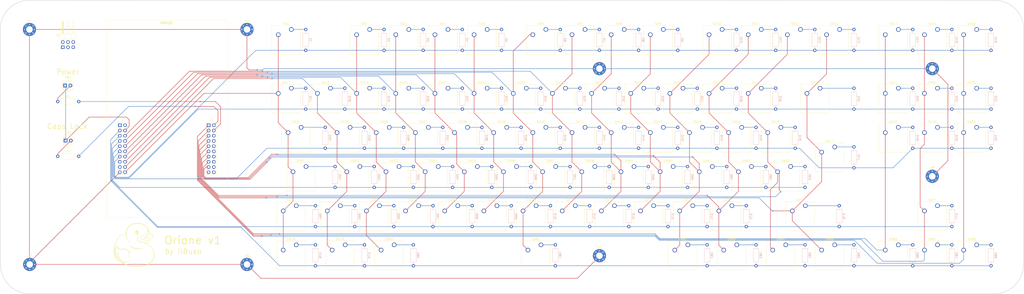
<source format=kicad_pcb>
(kicad_pcb (version 20240108) (generator "pcbnew") (generator_version "8.0")
  (layers (0 "F.Cu" signal) (31 "B.Cu" signal) (34 "B.Paste" user) (35 "F.Paste" user) (36 "B.SilkS" user "B.Silkscreen") (37 "F.SilkS" user "F.Silkscreen") (38 "B.Mask" user) (39 "F.Mask" user) (44 "Edge.Cuts" user))
  (net 0 "")
  (net 1 "Row 0")
  (net 2 "Net-(D1-A)")
  (net 3 "Net-(D2-A)")
  (net 4 "Net-(D3-A)")
  (net 5 "Net-(D4-A)")
  (net 6 "Net-(D5-A)")
  (net 7 "Net-(D6-A)")
  (net 8 "Net-(D7-A)")
  (net 9 "Net-(D8-A)")
  (net 10 "Net-(D9-A)")
  (net 11 "Net-(D10-A)")
  (net 12 "Net-(D11-A)")
  (net 13 "Net-(D12-A)")
  (net 14 "Net-(D13-A)")
  (net 15 "Net-(D14-A)")
  (net 16 "Net-(D15-A)")
  (net 17 "Net-(D16-A)")
  (net 18 "Net-(D17-A)")
  (net 19 "Row 1")
  (net 20 "Net-(D18-A)")
  (net 21 "Net-(D19-A)")
  (net 22 "Net-(D20-A)")
  (net 23 "Net-(D21-A)")
  (net 24 "Net-(D22-A)")
  (net 25 "Net-(D23-A)")
  (net 26 "Net-(D24-A)")
  (net 27 "Net-(D25-A)")
  (net 28 "Net-(D26-A)")
  (net 29 "Net-(D27-A)")
  (net 30 "Net-(D28-A)")
  (net 31 "Net-(D29-A)")
  (net 32 "Net-(D30-A)")
  (net 33 "Net-(D31-A)")
  (net 34 "Net-(D32-A)")
  (net 35 "Net-(D33-A)")
  (net 36 "Row 2")
  (net 37 "Net-(D34-A)")
  (net 38 "Net-(D35-A)")
  (net 39 "Net-(D36-A)")
  (net 40 "Net-(D37-A)")
  (net 41 "Net-(D38-A)")
  (net 42 "Net-(D39-A)")
  (net 43 "Net-(D40-A)")
  (net 44 "Net-(D41-A)")
  (net 45 "Net-(D42-A)")
  (net 46 "Net-(D43-A)")
  (net 47 "Net-(D44-A)")
  (net 48 "Net-(D45-A)")
  (net 49 "Net-(D46-A)")
  (net 50 "Net-(D47-A)")
  (net 51 "Net-(D48-A)")
  (net 52 "Net-(D49-A)")
  (net 53 "Net-(D50-A)")
  (net 54 "Net-(D51-A)")
  (net 55 "Row 3")
  (net 56 "Net-(D52-A)")
  (net 57 "Net-(D53-A)")
  (net 58 "Net-(D54-A)")
  (net 59 "Net-(D55-A)")
  (net 60 "Net-(D56-A)")
  (net 61 "Net-(D57-A)")
  (net 62 "Net-(D58-A)")
  (net 63 "Net-(D59-A)")
  (net 64 "Net-(D60-A)")
  (net 65 "Net-(D61-A)")
  (net 66 "Net-(D62-A)")
  (net 67 "Net-(D63-A)")
  (net 68 "Net-(D64-A)")
  (net 69 "Row 4")
  (net 70 "Net-(D65-A)")
  (net 71 "Net-(D66-A)")
  (net 72 "Net-(D67-A)")
  (net 73 "Net-(D68-A)")
  (net 74 "Net-(D69-A)")
  (net 75 "Net-(D70-A)")
  (net 76 "Net-(D71-A)")
  (net 77 "Net-(D72-A)")
  (net 78 "Net-(D73-A)")
  (net 79 "Net-(D74-A)")
  (net 80 "Net-(D75-A)")
  (net 81 "Net-(D76-A)")
  (net 82 "Net-(D77-A)")
  (net 83 "Row 5")
  (net 84 "Net-(D78-A)")
  (net 85 "Net-(D79-A)")
  (net 86 "Net-(D80-A)")
  (net 87 "Net-(D81-A)")
  (net 88 "Net-(D82-A)")
  (net 89 "Net-(D83-A)")
  (net 90 "Net-(D84-A)")
  (net 91 "Net-(D85-A)")
  (net 92 "Net-(D86-A)")
  (net 93 "Net-(D87-A)")
  (net 94 "Net-(D88-A)")
  (net 95 "Column 0")
  (net 96 "Column 2")
  (net 98 "Column 5")
  (net 101 "Column 3")
  (net 102 "Column 4")
  (net 103 "Column 6")
  (net 104 "Net-(J1-Pin_19)")
  (net 105 "Column 1")
  (net 106 "Column 7")
  (net 107 "Net-(D89-A)")
  (net 113 "Column 11")
  (net 115 "Column 13")
  (net 116 "Net-(J2-Pin_2)")
  (net 118 "Column 14")
  (net 119 "Column 12")
  (net 122 "Column 10")
  (net 123 "Column 8")
  (net 125 "Net-(J2-Pin_4)")
  (net 126 "Column 9")
  (net 127 "Column 15")
  (net 128 "Column 16")
  (net 129 "Net-(D89-K)")
  (net 130 "Net-(D90-A)")
  (footprint "Button_Switch_Keyboard:SW_Cherry_MX_1.00u_PCB" (layer "F.Cu") (at 392.59125 161.52884)
    (property "Reference" "SW74")
    (property "Value" "SW_Push")
  )
  (footprint "Button_Switch_Keyboard:SW_Cherry_MX_1.25u_PCB" (layer "F.Cu") (at 199.71 161.52884)
    (property "Reference" "SW64")
    (property "Value" "SW_Push")
  )
  (footprint "Button_Switch_Keyboard:SW_Cherry_MX_1.00u_PCB" (layer "F.Cu") (at 221.14125 161.52884)
    (property "Reference" "SW65" (hide yes))
    (property "Value" "SW_Push")
  )
  (footprint "Button_Switch_Keyboard:SW_Cherry_MX_1.00u_PCB" (layer "F.Cu") (at 511.65375 123.42884)
    (property "Reference" "SW49")
    (property "Value" "SW_Push")
  )
  (footprint "Button_Switch_Keyboard:SW_Cherry_MX_1.00u_PCB" (layer "F.Cu") (at 378.30375 75.80384)
    (property "Reference" "SW9")
    (property "Value" "SW_Push")
  )
  (footprint "Button_Switch_Keyboard:SW_Cherry_MX_1.00u_PCB" (layer "F.Cu") (at 273.52875 104.37884)
    (property "Reference" "SW21")
    (property "Value" "SW_Push")
  )
  (footprint "Button_Switch_Keyboard:SW_Cherry_MX_1.00u_PCB" (layer "F.Cu") (at 530.70375 123.42884)
    (property "Reference" "SW50")
    (property "Value" "SW_Push")
  )
  (footprint "Button_Switch_Keyboard:SW_Cherry_MX_1.00u_PCB" (layer "F.Cu") (at 254.47875 104.37884)
    (property "Reference" "SW20")
    (property "Value" "SW_Push")
  )
  (footprint "Button_Switch_Keyboard:SW_Cherry_MX_1.00u_PCB" (layer "F.Cu") (at 440.21625 142.47884)
    (property "Reference" "SW63")
    (property "Value" "SW_Push")
  )
  (footprint "Button_Switch_Keyboard:SW_Cherry_MX_1.00u_PCB" (layer "F.Cu") (at 287.81625 142.47884)
    (property "Reference" "SW55")
    (property "Value" "SW_Push")
  )
  (footprint "Button_Switch_Keyboard:SW_Cherry_MX_1.00u_PCB" (layer "F.Cu") (at 368.77875 104.37884)
    (property "Reference" "SW26")
    (property "Value" "SW_Push")
  )
  (footprint "Button_Switch_Keyboard:SW_Cherry_MX_1.00u_PCB" (layer "F.Cu") (at 292.57875 104.37884)
    (property "Reference" "SW22")
    (property "Value" "SW_Push")
  )
  (footprint "Button_Switch_Keyboard:SW_Cherry_MX_1.00u_PCB" (layer "F.Cu") (at 316.39125 161.52884)
    (property "Reference" "SW70")
    (property "Value" "SW_Push")
  )
  (footprint "Button_Switch_Keyboard:SW_Cherry_MX_1.00u_PCB" (layer "F.Cu") (at 235.42875 75.80384)
    (property "Reference" "SW2")
    (property "Value" "SW_Push")
  )
  (footprint "MountingHole:MountingHole_3.2mm_M3_Pad_Via" (layer "F.Cu") (at 69.93375 75.80384)
    (property "Reference" "H1")
    (property "Value" "MountingHole_Pad")
  )
  (footprint "Button_Switch_Keyboard:SW_Cherry_MX_1.25u_PCB" (layer "F.Cu") (at 414.0225 180.57884)
    (property "Reference" "SW83")
    (property "Value" "SW_Push")
  )
  (footprint "MountingHole:MountingHole_3.2mm_M3_Pad_Via" (layer "F.Cu") (at 509.11375 147.24134)
    (property "Reference" "H8")
    (property "Value" "MountingHole_Pad")
  )
  (footprint "Button_Switch_Keyboard:SW_Cherry_MX_1.00u_PCB" (layer "F.Cu") (at 402.11625 142.47884)
    (property "Reference" "SW61")
    (property "Value" "SW_Push")
  )
  (footprint "Button_Switch_Keyboard:SW_Cherry_MX_1.00u_PCB" (layer "F.Cu") (at 321.15375 75.80384)
    (property "Reference" "SW6")
    (property "Value" "SW_Push")
  )
  (footprint "Button_Switch_Keyboard:SW_Cherry_MX_1.00u_PCB" (layer "F.Cu") (at 235.42875 104.37884)
    (property "Reference" "SW19")
    (property "Value" "SW_Push")
  )
  (footprint "Button_Switch_Keyboard:SW_Cherry_MX_1.00u_PCB" (layer "F.Cu") (at 278.29125 161.52884)
    (property "Reference" "SW68")
    (property "Value" "SW_Push")
  )
  (footprint "Button_Switch_Keyboard:SW_Cherry_MX_1.00u_PCB" (layer "F.Cu") (at 530.70375 104.37884)
    (property "Reference" "SW33")
    (property "Value" "SW_Push")
  )
  (footprint "Button_Switch_Keyboard:SW_Cherry_MX_1.00u_PCB" (layer "F.Cu") (at 444.97875 75.80384)
    (property "Reference" "SW12")
    (property "Value" "SW_Push")
  )
  (footprint "Button_Switch_Keyboard:SW_Cherry_MX_1.00u_PCB" (layer "F.Cu") (at 511.65375 75.80384)
    (property "Reference" "SW15")
    (property "Value" "SW_Push")
  )
  (footprint "Button_Switch_Keyboard:SW_Cherry_MX_1.00u_PCB" (layer "F.Cu") (at 230.66625 142.47884)
    (property "Reference" "SW52")
    (property "Value" "SW_Push")
  )
  (footprint "Button_Switch_Keyboard:SW_Cherry_MX_1.25u_PCB" (layer "F.Cu") (at 223.5225 180.57884)
    (property "Reference" "SW79")
    (property "Value" "SW_Push")
  )
  (footprint "MountingHole:MountingHole_3.2mm_M3_Pad_Via" (layer "F.Cu") (at 347.18875 185.85384)
    (property "Reference" "H7")
    (property "Value" "MountingHole_Pad")
  )
  (footprint "Button_Switch_Keyboard:SW_Cherry_MX_1.00u_PCB" (layer "F.Cu") (at 425.92875 75.80384)
    (property "Reference" "SW11")
    (property "Value" "SW_Push")
  )
  (footprint "Button_Switch_Keyboard:SW_Cherry_MX_1.00u_PCB" (layer "F.Cu") (at 259.24125 161.52884)
    (property "Reference" "SW67")
    (property "Value" "SW_Push")
  )
  (footprint "Button_Switch_Keyboard:SW_Cherry_MX_1.00u_PCB" (layer "F.Cu") (at 416.40375 123.42884)
    (property "Reference" "SW45")
    (property "Value" "SW_Push")
  )
  (footprint "Button_Switch_Keyboard:SW_Cherry_MX_1.00u_PCB" (layer "F.Cu") (at 425.92875 104.37884)
    (property "Reference" "SW29")
    (property "Value" "SW_Push")
  )
  (footprint "Button_Switch_Keyboard:SW_Cherry_MX_1.25u_PCB" (layer "F.Cu") (at 437.835 180.57884)
    (property "Reference" "SW84")
    (property "Value" "SW_Push")
  )
  (footprint "Button_Switch_Keyboard:SW_Cherry_MX_6.25u_PCB" (layer "F.Cu") (at 318.7725 180.57884)
    (property "Reference" "SW81")
    (property "Value" "SW_Push")
  )
  (footprint "MountingHole:MountingHole_3.2mm_M3_Pad_Via" (layer "F.Cu") (at 175.73875 75.80384)
    (property "Reference" "H2")
    (property "Value" "MountingHole_Pad")
  )
  (footprint "Button_Switch_Keyboard:SW_Cherry_MX_1.00u_PCB" (layer "F.Cu") (at 306.86625 142.47884)
    (property "Reference" "SW56")
    (property "Value" "SW_Push")
  )
  (footprint "Button_Switch_Keyboard:SW_Cherry_MX_1.00u_PCB" (layer "F.Cu") (at 411.64125 161.52884)
    (property "Reference" "SW75")
    (property "Value" "SW_Push")
  )
  (footprint "Button_Switch_Keyboard:SW_Cherry_MX_1.00u_PCB" (layer "F.Cu") (at 283.05375 123.42884)
    (property "Reference" "SW38")
    (property "Value" "SW_Push")
  )
  (footprint "Button_Switch_Keyboard:SW_Cherry_MX_1.00u_PCB" (layer "F.Cu") (at 354.49125 161.52884)
    (property "Reference" "SW72")
    (property "Value" "SW_Push")
  )
  (footprint "Button_Switch_Keyboard:SW_Cherry_MX_1.00u_PCB" (layer "F.Cu") (at 359.25375 123.42884)
    (property "Reference" "SW42")
    (property "Value" "SW_Push")
  )
  (footprint "Button_Switch_Keyboard:SW_Cherry_MX_1.25u_PCB" (layer "F.Cu") (at 247.335 180.57884)
    (property "Reference" "SW80")
    (property "Value" "SW_Push")
  )
  (footprint "Resistor_THT:R_Axial_DIN0207_L6.3mm_D2.5mm_P10.16mm_Horizontal" (layer "F.Cu") (at 83.68875 137.51384)
    (property "Reference" "R2")
    (property "Value" "R")
  )
  (footprint "Connector_PinHeader_2.54mm:PinHeader_2x10_P2.54mm_Vertical" (layer "F.Cu") (at 157.07375 122.41884)
    (property "Reference" "J2")
    (property "Value" "Conn_02x10_Odd_Even")
  )
  (footprint "Button_Switch_Keyboard:SW_Cherry_MX_1.00u_PCB" (layer "F.Cu") (at 225.90375 123.42884)
    (property "Reference" "SW35")
    (property "Value" "SW_Push")
  )
  (footprint "MountingHole:MountingHole_3.2mm_M3_Pad_Via" (layer "F.Cu") (at 509.11375 94.85384)
    (property "Reference" "H4")
    (property "Value" "MountingHole_Pad")
  )
  (footprint "Button_Switch_Keyboard:SW_Cherry_MX_1.00u_PCB" (layer "F.Cu") (at 340.20375 75.80384)
    (property "Reference" "SW7")
    (property "Value" "SW_Push")
  )
  (footprint "MountingHole:MountingHole_3.2mm_M3_Pad_Via" (layer "F.Cu") (at 347.18875 94.85384)
    (property "Reference" "H3")
    (property "Value" "MountingHole_Pad")
  )
  (footprint "Button_Switch_Keyboard:SW_Cherry_MX_1.00u_PCB" (layer "F.Cu") (at 387.82875 104.37884)
    (property "Reference" "SW27")
    (property "Value" "SW_Push")
  )
  (footprint "Button_Switch_Keyboard:SW_Cherry_MX_1.75u_PCB" (layer "F.Cu") (at 204.4725 142.47884)
    (property "Reference" "SW51")
    (property "Value" "SW_Push")
  )
  (footprint "Button_Switch_Keyboard:SW_Cherry_MX_1.25u_PCB" (layer "F.Cu") (at 199.71 180.57884)
    (property "Reference" "SW78")
    (property "Value" "SW_Push")
  )
  (footprint "Button_Switch_Keyboard:SW_Cherry_MX_1.00u_PCB" (layer "F.Cu") (at 359.25375 75.80384)
    (property "Reference" "SW8")
    (property "Value" "SW_Push")
  )
  (footprint "Button_Switch_Keyboard:SW_Cherry_MX_1.00u_PCB" (layer "F.Cu") (at 421.16625 142.47884)
    (property "Reference" "SW62")
    (property "Value" "SW_Push")
  )
  (footprint "Button_Switch_Keyboard:SW_Cherry_MX_1.00u_PCB" (layer "F.Cu") (at 511.65375 104.37884)
    (property "Reference" "SW32")
    (property "Value" "SW_Push")
  )
  (footprint "Button_Switch_Keyboard:SW_Cherry_MX_1.00u_PCB" (layer "F.Cu") (at 216.37875 104.37884)
    (property "Reference" "SW18")
    (property "Value" "SW_Push")
  )
  (footprint "Button_Switch_Keyboard:SW_Cherry_MX_ISOEnter_PCB" (layer "F.Cu") (at 461.6475 132.95384)
    (property "Reference" "SW47")
    (property "Value" "SW_Push")
  )
  (footprint "MountingHole:MountingHole_3.2mm_M3_Pad_Via" (layer "F.Cu") (at 175.73875 190.10384)
    (property "Reference" "H6")
    (property "Value" "MountingHole_Pad")
  )
  (footprint "Button_Switch_Keyboard:SW_Cherry_MX_1.00u_PCB" (layer "F.Cu") (at 297.34125 161.52884)
    (property "Reference" "SW69")
    (property "Value" "SW_Push")
  )
  (footprint "Connector_PinHeader_2.54mm:PinHeader_2x10_P2.54mm_Vertical" (layer "F.Cu") (at 113.89375 122.40884)
    (property "Reference" "J1")
    (property "Value" "Conn_02x10_Odd_Even")
  )
  (footprint "Button_Switch_Keyboard:SW_Cherry_MX_1.00u_PCB" (layer "F.Cu") (at 383.06625 142.47884)
    (property "Reference" "SW60")
    (property "Value" "SW_Push")
  )
  (footprint "Button_Switch_Keyboard:SW_Cherry_MX_1.00u_PCB" (layer "F.Cu") (at 249.71625 142.47884)
    (property "Reference" "SW53")
    (property "Value" "SW_Push")
  )
  (footprint "Button_Switch_Keyboard:SW_Cherry_MX_1.00u_PCB" (layer "F.Cu") (at 340.20375 123.42884)
    (property "Reference" "SW41")
    (property "Value" "SW_Push")
  )
  (footprint "LED_THT:LED_D5.0mm_IRGrey" (layer "F.Cu") (at 87.30375 103.07384)
    (property "Reference" "D89")
    (property "Value" "LD274")
  )
  (footprint "Button_Switch_Keyboard:SW_Cherry_MX_1.00u_PCB" (layer "F.Cu") (at 349.72875 104.37884)
    (property "Reference" "SW25")
    (property "Value" "SW_Push")
  )
  (footprint "Button_Switch_Keyboard:SW_Cherry_MX_1.00u_PCB" (layer "F.Cu") (at 335.44125 161.52884)
    (property "Reference" "SW71")
    (property "Value" "SW_Push")
  )
  (footprint "Resistor_THT:R_Axial_DIN0207_L6.3mm_D2.5mm_P10.16mm_Horizontal" (layer "F.Cu") (at 83.71375 110.86384)
    (property "Reference" "R1")
    (property "Value" "R")
  )
  (footprint "Button_Switch_Keyboard:SW_Cherry_MX_1.00u_PCB" (layer "F.Cu") (at 397.35375 123.42884)
    (property "Reference" "SW44")
    (property "Value" "SW_Push")
  )
  (footprint "Button_Switch_Keyboard:SW_Cherry_MX_2.00u_PCB" (layer "F.Cu") (at 454.50375 104.37884)
    (property "Reference" "SW30")
    (property "Value" "SW_Push")
  )
  (footprint "Button_Switch_Keyboard:SW_Cherry_MX_1.00u_PCB" (layer "F.Cu") (at 197.32875 104.37884)
    (property "Reference" "SW17")
    (property "Value" "SW_Push")
  )
  (footprint "Button_Switch_Keyboard:SW_Cherry_MX_1.00u_PCB" (layer "F.Cu") (at 406.87875 104.37884)
    (property "Reference" "SW28")
    (property "Value" "SW_Push")
  )
  (footprint "Button_Switch_Keyboard:SW_Cherry_MX_1.00u_PCB" (layer "F.Cu") (at 273.52875 75.80384)
    (property "Reference" "SW4")
    (property "Value" "SW_Push")
  )
  (footprint "MountingHole:MountingHole_3.2mm_M3_Pad_Via" (layer "F.Cu") (at 70.05375 190.10384)
    (property "Reference" "H5")
    (property "Value" "MountingHole_Pad")
  )
  (footprint "Button_Switch_Keyboard:SW_Cherry_MX_1.00u_PCB" (layer "F.Cu") (at 364.01625 142.47884)
    (property "Reference" "SW59")
    (property "Value" "SW_Push")
  )
  (footprint "duck:duck" (layer "F.Cu") (at 120.883677 180.559124)
    (property "Reference" "G***" (hide yes))
    (property "Value" "LOGO" (hide yes))
  )
  (footprint "Button_Switch_Keyboard:SW_Cherry_MX_1.00u_PCB" (layer "F.Cu") (at 325.91625 142.47884)
    (property "Reference" "SW57")
    (property "Value" "SW_Push")
  )
  (footprint "Button_Switch_Keyboard:SW_Cherry_MX_2.75u_PCB" (layer "F.Cu") (at 447.36 161.52884)
    (property "Reference" "SW76")
    (property "Value" "SW_Push")
  )
  (footprint "Button_Switch_Keyboard:SW_Cherry_MX_1.00u_PCB" (layer "F.Cu") (at 406.87875 75.80384)
    (property "Reference" "SW10")
    (property "Value" "SW_Push")
  )
  (footprint "Button_Switch_Keyboard:SW_Cherry_MX_1.00u_PCB" (layer "F.Cu") (at 530.70375 75.80384)
    (property "Reference" "SW16")
    (property "Value" "SW_Push")
  )
  (footprint "Button_Switch_Keyboard:SW_Cherry_MX_1.00u_PCB" (layer "F.Cu") (at 254.47875 75.80384)
    (property "Reference" "SW3")
    (property "Value" "SW_Push")
  )
  (footprint "Button_Switch_Keyboard:SW_Cherry_MX_1.00u_PCB" (layer "F.Cu") (at 464.02875 75.80384)
    (property "Reference" "SW13")
    (property "Value" "SW_Push")
  )
  (footprint "Button_Switch_Keyboard:SW_Cherry_MX_1.00u_PCB" (layer "F.Cu") (at 330.67875 104.37884)
    (property "Reference" "SW24")
    (property "Value" "SW_Push")
  )
  (footprint "Button_Switch_Keyboard:SW_Cherry_MX_1.00u_PCB" (layer "F.Cu") (at 240.19125 161.52884)
    (property "Reference" "SW66")
    (property "Value" "SW_Push")
  )
  (footprint "Button_Switch_Keyboard:SW_Cherry_MX_1.00u_PCB" (layer "F.Cu") (at 311.62875 104.37884)
    (property "Reference" "SW23")
    (property "Value" "SW_Push")
  )
  (footprint "Button_Switch_Keyboard:SW_Cherry_MX_1.00u_PCB" (layer "F.Cu") (at 435.45375 123.42884)
    (property "Reference" "SW46")
    (property "Value" "SW_Push")
  )
  (footprint "Button_Switch_Keyboard:SW_Cherry_MX_1.25u_PCB" (layer "F.Cu") (at 390.21 180.57884)
    (property "Reference" "SW82")
    (property "Value" "SW_Push")
  )
  (footprint "Button_Switch_Keyboard:SW_Cherry_MX_1.00u_PCB" (layer "F.Cu") (at 264.00375 123.42884)
    (property "Reference" "SW37")
    (property "Value" "SW_Push")
  )
  (footprint "Button_Switch_Keyboard:SW_Cherry_MX_1.00u_PCB" (layer "F.Cu") (at 492.60375 104.37884)
    (property "Reference" "SW31")
    (property "Value" "SW_Push")
  )
  (footprint "Button_Switch_Keyboard:SW_Cherry_MX_1.00u_PCB" (layer "F.Cu") (at 530.70375 180.57884)
    (property "Reference" "SW88")
    (property "Value" "SW_Push")
  )
  (footprint "Connector_PinHeader_2.54mm:PinHeader_2x03_P2.54mm_Horizontal" (layer "F.Cu") (at 86.15625 84.46384 90)
    (property "Reference" "J3")
    (property "Value" "Conn_02x03_Odd_Even")
  )
  (footprint "Button_Switch_Keyboard:SW_Cherry_MX_1.50u_PCB" (layer "F.Cu") (at 202.09125 123.42884)
    (property "Reference" "SW34")
    (property "Value" "SW_Push")
  )
  (footprint "Button_Switch_Keyboard:SW_Cherry_MX_1.00u_PCB" (layer "F.Cu") (at 197.32875 75.80384)
    (property "Reference" "SW1")
    (property "Value" "SW_Push")
  )
  (footprint "Button_Switch_Keyboard:SW_Cherry_MX_1.25u_PCB" (layer "F.Cu") (at 461.6475 180.57884)
    (property "Reference" "SW85")
    (property "Value" "SW_Push")
  )
  (footprint "Button_Switch_Keyboard:SW_Cherry_MX_1.00u_PCB" (layer "F.Cu") (at 492.60375 123.42884)
    (property "Reference" "SW48")
    (property "Value" "SW_Push")
  )
  (footprint "Button_Switch_Keyboard:SW_Cherry_MX_1.00u_PCB" (layer "F.Cu") (at 302.10375 123.42884)
    (property "Reference" "SW39")
    (property "Value" "SW_Push")
  )
  (footprint "Button_Switch_Keyboard:SW_Cherry_MX_1.00u_PCB" (layer "F.Cu") (at 321.15375 123.42884)
    (property "Reference" "SW40")
    (property "Value" "SW_Push")
  )
  (footprint "Button_Switch_Keyboard:SW_Cherry_MX_1.00u_PCB" (layer "F.Cu") (at 244.95375 123.42884)
    (property "Reference" "SW36")
    (property "Value" "SW_Push")
  )
  (footprint "Button_Switch_Keyboard:SW_Cherry_MX_1.00u_PCB" (layer "F.Cu") (at 344.96625 142.47884)
    (property "Reference" "SW58")
    (property "Value" "SW_Push")
  )
  (footprint "Button_Switch_Keyboard:SW_Cherry_MX_1.00u_PCB" (layer "F.Cu") (at 378.30375 123.42884)
    (property "Reference" "SW43")
    (property "Value" "SW_Push")
  )
  (footprint "Button_Switch_Keyboard:SW_Cherry_MX_1.00u_PCB" (layer "F.Cu") (at 492.60375 180.57884)
    (property "Reference" "SW86")
    (property "Value" "SW_Push")
  )
  (footprint "Button_Switch_Keyboard:SW_Cherry_MX_1.00u_PCB" (layer "F.Cu") (at 292.57875 75.80384)
    (property "Reference" "SW5")
    (property "Value" "SW_Push")
  )
  (footprint "Button_Switch_Keyboard:SW_Cherry_MX_1.00u_PCB" (layer "F.Cu") (at 492.60375 75.80384)
    (property "Reference" "SW14")
    (property "Value" "SW_Push")
  )
  (footprint "Button_Switch_Keyboard:SW_Cherry_MX_1.00u_PCB" (layer "F.Cu") (at 511.65375 161.52884)
    (property "Reference" "SW77")
    (property "Value" "SW_Push")
  )
  (footprint "Button_Switch_Keyboard:SW_Cherry_MX_1.00u_PCB" (layer "F.Cu") (at 373.54125 161.52884)
    (property "Reference" "SW73")
    (property "Value" "SW_Push")
  )
  (footprint "Button_Switch_Keyboard:SW_Cherry_MX_1.00u_PCB" (layer "F.Cu") (at 511.65375 180.57884)
    (property "Reference" "SW87")
    (property "Value" "SW_Push")
  )
  (footprint "Button_Switch_Keyboard:SW_Cherry_MX_1.00u_PCB" (layer "F.Cu") (at 268.76625 142.47884)
    (property "Reference" "SW54")
    (property "Value" "SW_Push")
  )
  (footprint "LED_THT:LED_D5.0mm_IRGrey" (layer "F.Cu") (at 87.51875 129.86384)
    (property "Reference" "D90")
    (property "Value" "LD274")
  )
  (footprint "Resistor_THT:R_Axial_DIN0207_L6.3mm_D2.5mm_P10.16mm_Horizontal" (layer "B.Cu") (at 290.03375 133.59384 90)
    (property "Reference" "D38")
    (property "Value" "D")
  )
  (footprint "Resistor_THT:R_Axial_DIN0207_L6.3mm_D2.5mm_P10.16mm_Horizontal" (layer "B.Cu") (at 537.69125 190.74384 90)
    (property "Reference" "D88")
    (property "Value" "D")
  )
  (footprint "Resistor_THT:R_Axial_DIN0207_L6.3mm_D2.5mm_P10.16mm_Horizontal" (layer "B.Cu") (at 499.58875 85.96384 90)
    (property "Reference" "D14")
    (property "Value" "D")
  )
  (footprint "Resistor_THT:R_Axial_DIN0207_L6.3mm_D2.5mm_P10.16mm_Horizontal" (layer "B.Cu") (at 409.10375 152.64384 90)
    (property "Reference" "D61")
    (property "Value" "D")
  )
  (footprint "Resistor_THT:R_Axial_DIN0207_L6.3mm_D2.5mm_P10.16mm_Horizontal" (layer "B.Cu") (at 247.17875 171.68384 90)
    (property "Reference" "D66")
    (property "Value" "D")
  )
  (footprint "Resistor_THT:R_Axial_DIN0207_L6.3mm_D2.5mm_P10.16mm_Horizontal" (layer "B.Cu") (at 432.91375 85.96384 90)
    (property "Reference" "D11")
    (property "Value" "D")
  )
  (footprint "Resistor_THT:R_Axial_DIN0207_L6.3mm_D2.5mm_P10.16mm_Horizontal" (layer "B.Cu") (at 442.43375 133.59384 90)
    (property "Reference" "D46")
    (property "Value" "D")
  )
  (footprint "Resistor_THT:R_Axial_DIN0207_L6.3mm_D2.5mm_P10.16mm_Horizontal" (layer "B.Cu") (at 356.71375 114.53384 90)
    (property "Reference" "D25")
    (property "Value" "D")
  )
  (footprint "Resistor_THT:R_Axial_DIN0207_L6.3mm_D2.5mm_P10.16mm_Horizontal" (layer "B.Cu") (at 280.51375 114.53384 90)
    (property "Reference" "D21")
    (property "Value" "D")
  )
  (footprint "Resistor_THT:R_Axial_DIN0207_L6.3mm_D2.5mm_P10.16mm_Horizontal" (layer "B.Cu") (at 385.28875 85.96384 90)
    (property "Reference" "D9")
    (property "Value" "D")
  )
  (footprint "Resistor_THT:R_Axial_DIN0207_L6.3mm_D2.5mm_P10.16mm_Horizontal" (layer "B.Cu") (at 204.31375 114.53384 90)
    (property "Reference" "D17")
    (property "Value" "D")
  )
  (footprint "Resistor_THT:R_Axial_DIN0207_L6.3mm_D2.5mm_P10.16mm_Horizontal" (layer "B.Cu") (at 294.80375 152.64384 90)
    (property "Reference" "D55")
    (property "Value" "D")
  )
  (footprint "Resistor_THT:R_Axial_DIN0207_L6.3mm_D2.5mm_P10.16mm_Horizontal" (layer "B.Cu") (at 418.62875 171.68384 90)
    (property "Reference" "D75")
    (property "Value" "D")
  )
  (footprint "Resistor_THT:R_Axial_DIN0207_L6.3mm_D2.5mm_P10.16mm_Horizontal" (layer "B.Cu") (at 299.56375 114.53384 90)
    (property "Reference" "D22")
    (property "Value" "D")
  )
  (footprint "Resistor_THT:R_Axial_DIN0207_L6.3mm_D2.5mm_P10.16mm_Horizontal" (layer "B.Cu") (at 261.46375 85.96384 90)
    (property "Reference" "D3")
    (property "Value" "D")
  )
  (footprint "Resistor_THT:R_Axial_DIN0207_L6.3mm_D2.5mm_P10.16mm_Horizontal" (layer "B.Cu") (at 451.96375 85.96384 90)
    (property "Reference" "D12")
    (property "Value" "D")
  )
  (footprint "Resistor_THT:R_Axial_DIN0207_L6.3mm_D2.5mm_P10.16mm_Horizontal" (layer "B.Cu") (at 342.42875 171.68384 90)
    (property "Reference" "D71")
    (property "Value" "D")
  )
  (footprint "Resistor_THT:R_Axial_DIN0207_L6.3mm_D2.5mm_P10.16mm_Horizontal" (layer "B.Cu") (at 361.47875 171.68384 90)
    (property "Reference" "D72")
    (property "Value" "D")
  )
  (footprint "Resistor_THT:R_Axial_DIN0207_L6.3mm_D2.5mm_P10.16mm_Horizontal" (layer "B.Cu") (at 518.64125 171.68384 90)
    (property "Reference" "D77")
    (property "Value" "D")
  )
  (footprint "Resistor_THT:R_Axial_DIN0207_L6.3mm_D2.5mm_P10.16mm_Horizontal" (layer "B.Cu") (at 399.57875 190.74384 90)
    (property "Reference" "D82")
    (property "Value" "D")
  )
  (footprint "Resistor_THT:R_Axial_DIN0207_L6.3mm_D2.5mm_P10.16mm_Horizontal" (layer "B.Cu") (at 447.20375 152.64384 90)
    (property "Reference" "D63")
    (property "Value" "D")
  )
  (footprint "Resistor_THT:R_Axial_DIN0207_L6.3mm_D2.5mm_P10.16mm_Horizontal" (layer "B.Cu") (at 366.23375 133.59384 90)
    (property "Reference" "D42")
    (property "Value" "D")
  )
  (footprint "Resistor_THT:R_Axial_DIN0207_L6.3mm_D2.5mm_P10.16mm_Horizontal" (layer "B.Cu") (at 237.65375 152.64384 90)
    (property "Reference" "D52")
    (property "Value" "D")
  )
  (footprint "Resistor_THT:R_Axial_DIN0207_L6.3mm_D2.5mm_P10.16mm_Horizontal" (layer "B.Cu") (at 499.58375 133.59384 90)
    (property "Reference" "D48")
    (property "Value" "D")
  )
  (footprint "Resistor_THT:R_Axial_DIN0207_L6.3mm_D2.5mm_P10.16mm_Horizontal" (layer "B.Cu") (at 404.33375 133.59384 90)
    (property "Reference" "D44")
    (property "Value" "D")
  )
  (footprint "Resistor_THT:R_Axial_DIN0207_L6.3mm_D2.5mm_P10.16mm_Horizontal" (layer "B.Cu") (at 366.23875 85.96384 90)
    (property "Reference" "D8")
    (property "Value" "D")
  )
  (footprint "Resistor_THT:R_Axial_DIN0207_L6.3mm_D2.5mm_P10.16mm_Horizontal" (layer "B.Cu") (at 432.91375 114.53384 90)
    (property "Reference" "D29")
    (property "Value" "D")
  )
  (footprint "Resistor_THT:R_Axial_DIN0207_L6.3mm_D2.5mm_P10.16mm_Horizontal" (layer "B.Cu") (at 447.20375 190.74384 90)
    (property "Reference" "D84")
    (property "Value" "D")
  )
  (footprint "Resistor_THT:R_Axial_DIN0207_L6.3mm_D2.5mm_P10.16mm_Horizontal" (layer "B.Cu") (at 385.28375 133.59384 90)
    (property "Reference" "D43")
    (property "Value" "D")
  )
  (footprint "Resistor_THT:R_Axial_DIN0207_L6.3mm_D2.5mm_P10.16mm_Horizontal" (layer "B.Cu") (at 413.86375 85.96384 90)
    (property "Reference" "D10")
    (property "Value" "D")
  )
  (footprint "Resistor_THT:R_Axial_DIN0207_L6.3mm_D2.5mm_P10.16mm_Horizontal" (layer "B.Cu") (at 270.98375 133.59384 90)
    (property "Reference" "D37")
    (property "Value" "D")
  )
  (footprint "Resistor_THT:R_Axial_DIN0207_L6.3mm_D2.5mm_P10.16mm_Horizontal" (layer "B.Cu") (at 261.46375 114.53384 90)
    (property "Reference" "D20")
    (property "Value" "D")
  )
  (footprint "Resistor_THT:R_Axial_DIN0207_L6.3mm_D2.5mm_P10.16mm_Horizontal" (layer "B.Cu") (at 518.64125 190.74384 90)
    (property "Reference" "D87")
    (property "Value" "D")
  )
  (footprint "Resistor_THT:R_Axial_DIN0207_L6.3mm_D2.5mm_P10.16mm_Horizontal" (layer "B.Cu") (at 242.41375 85.96384 90)
    (property "Reference" "D2")
    (property "Value" "D")
  )
  (footprint "Resistor_THT:R_Axial_DIN0207_L6.3mm_D2.5mm_P10.16mm_Horizontal" (layer "B.Cu") (at 537.68375 133.59384 90)
    (property "Reference" "D50")
    (property "Value" "D")
  )
  (footprint "Resistor_THT:R_Axial_DIN0207_L6.3mm_D2.5mm_P10.16mm_Horizontal" (layer "B.Cu") (at 209.07875 190.74384 90)
    (property "Reference" "D78")
    (property "Value" "D")
  )
  (footprint "Resistor_THT:R_Axial_DIN0207_L6.3mm_D2.5mm_P10.16mm_Horizontal" (layer "B.Cu") (at 390.05375 152.64384 90)
    (property "Reference" "D60")
    (property "Value" "D")
  )
  (footprint "Resistor_THT:R_Axial_DIN0207_L6.3mm_D2.5mm_P10.16mm_Horizontal" (layer "B.Cu") (at 328.13375 133.59384 90)
    (property "Reference" "D40")
    (property "Value" "D")
  )
  (footprint "Resistor_THT:R_Axial_DIN0207_L6.3mm_D2.5mm_P10.16mm_Horizontal" (layer "B.Cu") (at 471.01375 85.96384 90)
    (property "Reference" "D13")
    (property "Value" "D")
  )
  (footprint "Resistor_THT:R_Axial_DIN0207_L6.3mm_D2.5mm_P10.16mm_Horizontal" (layer "B.Cu") (at 275.75375 152.64384 90)
    (property "Reference" "D54")
    (property "Value" "D")
  )
  (footprint "Resistor_THT:R_Axial_DIN0207_L6.3mm_D2.5mm_P10.16mm_Horizontal" (layer "B.Cu") (at 380.52875 171.68384 90)
    (property "Reference" "D73")
    (property "Value" "D")
  )
  (footprint "Resistor_THT:R_Axial_DIN0207_L6.3mm_D2.5mm_P10.16mm_Horizontal" (layer "B.Cu") (at 232.89125 190.74384 90)
    (property "Reference" "D79")
    (property "Value" "D")
  )
  (footprint "Resistor_THT:R_Axial_DIN0207_L6.3mm_D2.5mm_P10.16mm_Horizontal" (layer "B.Cu") (at 213.83375 133.59384 90)
    (property "Reference" "D34")
    (property "Value" "D")
  )
  (footprint "Resistor_THT:R_Axial_DIN0207_L6.3mm_D2.5mm_P10.16mm_Horizontal" (layer "B.Cu") (at 351.95375 152.64384 90)
    (property "Reference" "D58")
    (property "Value" "D")
  )
  (footprint "Resistor_THT:R_Axial_DIN0207_L6.3mm_D2.5mm_P10.16mm_Horizontal" (layer "B.Cu") (at 209.07875 171.68384 90)
    (property "Reference" "D64")
    (property "Value" "D")
  )
  (footprint "Resistor_THT:R_Axial_DIN0207_L6.3mm_D2.5mm_P10.16mm_Horizontal" (layer "B.Cu") (at 375.76375 114.53384 90)
    (property "Reference" "D26")
    (property "Value" "D")
  )
  (footprint "Resistor_THT:R_Axial_DIN0207_L6.3mm_D2.5mm_P10.16mm_Horizontal" (layer "B.Cu") (at 251.93375 133.59384 90)
    (property "Reference" "D36")
    (property "Value" "D")
  )
  (footprint "Resistor_THT:R_Axial_DIN0207_L6.3mm_D2.5mm_P10.16mm_Horizontal" (layer "B.Cu") (at 242.41375 114.53384 90)
    (property "Reference" "D19")
    (property "Value" "D")
  )
  (footprint "Resistor_THT:R_Axial_DIN0207_L6.3mm_D2.5mm_P10.16mm_Horizontal" (layer "B.Cu") (at 218.60375 152.64384 90)
    (property "Reference" "D51")
    (property "Value" "D")
  )
  (footprint "Resistor_THT:R_Axial_DIN0207_L6.3mm_D2.5mm_P10.16mm_Horizontal" (layer "B.Cu") (at 463.8725 171.68384 90)
    (property "Reference" "D76")
    (property "Value" "D")
  )
  (footprint "Resistor_THT:R_Axial_DIN0207_L6.3mm_D2.5mm_P10.16mm_Horizontal" (layer "B.Cu") (at 499.58875 114.53384 90)
    (property "Reference" "D31")
    (property "Value" "D")
  )
  (footprint "Resistor_THT:R_Axial_DIN0207_L6.3mm_D2.5mm_P10.16mm_Horizontal" (layer "B.Cu") (at 371.00375 152.64384 90)
    (property "Reference" "D59")
    (property "Value" "D")
  )
  (footprint "Resistor_THT:R_Axial_DIN0207_L6.3mm_D2.5mm_P10.16mm_Horizontal" (layer "B.Cu") (at 223.36375 114.53384 90)
    (property "Reference" "D18")
    (property "Value" "D")
  )
  (footprint "Resistor_THT:R_Axial_DIN0207_L6.3mm_D2.5mm_P10.16mm_Horizontal" (layer "B.Cu") (at 471.01625 190.74384 90)
    (property "Reference" "D85")
    (property "Value" "D")
  )
  (footprint "Resistor_THT:R_Axial_DIN0207_L6.3mm_D2.5mm_P10.16mm_Horizontal" (layer "B.Cu") (at 347.18375 133.59384 90)
    (property "Reference" "D41")
    (property "Value" "D")
  )
  (footprint "Resistor_THT:R_Axial_DIN0207_L6.3mm_D2.5mm_P10.16mm_Horizontal" (layer "B.Cu") (at 285.27875 171.68384 90)
    (property "Reference" "D68")
    (property "Value" "D")
  )
  (footprint "Resistor_THT:R_Axial_DIN0207_L6.3mm_D2.5mm_P10.16mm_Horizontal" (layer "B.Cu") (at 537.68875 85.96384 90)
    (property "Reference" "D16")
    (property "Value" "D")
  )
  (footprint "Resistor_THT:R_Axial_DIN0207_L6.3mm_D2.5mm_P10.16mm_Horizontal" (layer "B.Cu") (at 256.70375 190.74384 90)
    (property "Reference" "D80")
    (property "Value" "D")
  )
  (footprint "Resistor_THT:R_Axial_DIN0207_L6.3mm_D2.5mm_P10.16mm_Horizontal" (layer "B.Cu") (at 471.01375 114.53384 90)
    (property "Reference" "D30")
    (property "Value" "D")
  )
  (footprint "Resistor_THT:R_Axial_DIN0207_L6.3mm_D2.5mm_P10.16mm_Horizontal" (layer "B.Cu") (at 309.08375 133.59384 90)
    (property "Reference" "D39")
    (property "Value" "D")
  )
  (footprint "Resistor_THT:R_Axial_DIN0207_L6.3mm_D2.5mm_P10.16mm_Horizontal" (layer "B.Cu") (at 299.56375 85.96384 90)
    (property "Reference" "D5")
    (property "Value" "D")
  )
  (footprint "Resistor_THT:R_Axial_DIN0207_L6.3mm_D2.5mm_P10.16mm_Horizontal" (layer "B.Cu") (at 337.66375 114.53384 90)
    (property "Reference" "D24")
    (property "Value" "D")
  )
  (footprint "Resistor_THT:R_Axial_DIN0207_L6.3mm_D2.5mm_P10.16mm_Horizontal" (layer "B.Cu") (at 537.68875 114.53384 90)
    (property "Reference" "D33")
    (property "Value" "D")
  )
  (footprint "Resistor_THT:R_Axial_DIN0207_L6.3mm_D2.5mm_P10.16mm_Horizontal" (layer "B.Cu") (at 232.88375 133.59384 90)
    (property "Reference" "D35")
    (property "Value" "D")
  )
  (footprint "Resistor_THT:R_Axial_DIN0207_L6.3mm_D2.5mm_P10.16mm_Horizontal" (layer "B.Cu") (at 313.85375 152.64384 90)
    (property "Reference" "D56")
    (property "Value" "D")
  )
  (footprint "Resistor_THT:R_Axial_DIN0207_L6.3mm_D2.5mm_P10.16mm_Horizontal" (layer "B.Cu") (at 394.81375 114.53384 90)
    (property "Reference" "D27")
    (property "Value" "D")
  )
  (footprint "Resistor_THT:R_Axial_DIN0207_L6.3mm_D2.5mm_P10.16mm_Horizontal" (layer "B.Cu") (at 518.63875 114.53384 90)
    (property "Reference" "D32")
    (property "Value" "D")
  )
  (footprint "Resistor_THT:R_Axial_DIN0207_L6.3mm_D2.5mm_P10.16mm_Horizontal" (layer "B.Cu") (at 399.57875 171.68384 90)
    (property "Reference" "D74")
    (property "Value" "D")
  )
  (footprint "Resistor_THT:R_Axial_DIN0207_L6.3mm_D2.5mm_P10.16mm_Horizontal" (layer "B.Cu") (at 266.22875 171.68384 90)
    (property "Reference" "D67")
    (property "Value" "D")
  )
  (footprint "Resistor_THT:R_Axial_DIN0207_L6.3mm_D2.5mm_P10.16mm_Horizontal" (layer "B.Cu") (at 428.15375 152.64384 90)
    (property "Reference" "D62")
    (property "Value" "D")
  )
  (footprint "Resistor_THT:R_Axial_DIN0207_L6.3mm_D2.5mm_P10.16mm_Horizontal" (layer "B.Cu") (at 228.12875 171.68384 90)
    (property "Reference" "D65")
    (property "Value" "D")
  )
  (footprint "Resistor_THT:R_Axial_DIN0207_L6.3mm_D2.5mm_P10.16mm_Horizontal" (layer "B.Cu") (at 332.90375 152.64384 90)
    (property "Reference" "D57")
    (property "Value" "D")
  )
  (footprint "Resistor_THT:R_Axial_DIN0207_L6.3mm_D2.5mm_P10.16mm_Horizontal" (layer "B.Cu") (at 325.76 190.74384 90)
    (property "Reference" "D81")
    (property "Value" "D")
  )
  (footprint "Resistor_THT:R_Axial_DIN0207_L6.3mm_D2.5mm_P10.16mm_Horizontal" (layer "B.Cu") (at 328.13875 85.96384 90)
    (property "Reference" "D6")
    (property "Value" "D")
  )
  (footprint "Resistor_THT:R_Axial_DIN0207_L6.3mm_D2.5mm_P10.16mm_Horizontal" (layer "B.Cu") (at 518.63375 133.59384 90)
    (property "Reference" "D49")
    (property "Value" "D")
  )
  (footprint "Resistor_THT:R_Axial_DIN0207_L6.3mm_D2.5mm_P10.16mm_Horizontal" (layer "B.Cu") (at 204.31375 85.96384 90)
    (property "Reference" "D1")
    (property "Value" "D")
  )
  (footprint "Resistor_THT:R_Axial_DIN0207_L6.3mm_D2.5mm_P10.16mm_Horizontal" (layer "B.Cu") (at 280.51375 85.96384 90)
    (property "Reference" "D4")
    (property "Value" "D")
  )
  (footprint "Resistor_THT:R_Axial_DIN0207_L6.3mm_D2.5mm_P10.16mm_Horizontal" (layer "B.Cu") (at 499.59125 190.74384 90)
    (property "Reference" "D86")
    (property "Value" "D")
  )
  (footprint "Resistor_THT:R_Axial_DIN0207_L6.3mm_D2.5mm_P10.16mm_Horizontal" (layer "B.Cu") (at 318.61375 114.53384 90)
    (property "Reference" "D23")
    (property "Value" "D")
  )
  (footprint "Resistor_THT:R_Axial_DIN0207_L6.3mm_D2.5mm_P10.16mm_Horizontal" (layer "B.Cu") (at 304.32875 171.68384 90)
    (property "Reference" "D69")
    (property "Value" "D")
  )
  (footprint "Resistor_THT:R_Axial_DIN0207_L6.3mm_D2.5mm_P10.16mm_Horizontal" (layer "B.Cu") (at 518.63875 85.96384 90)
    (property "Reference" "D15")
    (property "Value" "D")
  )
  (footprint "Resistor_THT:R_Axial_DIN0207_L6.3mm_D2.5mm_P10.16mm_Horizontal" (layer "B.Cu") (at 323.37875 171.68384 90)
    (property "Reference" "D70")
    (property "Value" "D")
  )
  (footprint "Resistor_THT:R_Axial_DIN0207_L6.3mm_D2.5mm_P10.16mm_Horizontal" (layer "B.Cu") (at 256.70375 152.64384 90)
    (property "Reference" "D53")
    (property "Value" "D")
  )
  (footprint "Resistor_THT:R_Axial_DIN0207_L6.3mm_D2.5mm_P10.16mm_Horizontal" (layer "B.Cu") (at 471.00875 143.11384 90)
    (property "Reference" "D47")
    (property "Value" "D")
  )
  (footprint "Resistor_THT:R_Axial_DIN0207_L6.3mm_D2.5mm_P10.16mm_Horizontal" (layer "B.Cu") (at 423.38375 133.59384 90)
    (property "Reference" "D45")
    (property "Value" "D")
  )
  (footprint "Resistor_THT:R_Axial_DIN0207_L6.3mm_D2.5mm_P10.16mm_Horizontal" (layer "B.Cu") (at 413.86375 114.53384 90)
    (property "Reference" "D28")
    (property "Value" "D")
  )
  (footprint "Resistor_THT:R_Axial_DIN0207_L6.3mm_D2.5mm_P10.16mm_Horizontal" (layer "B.Cu") (at 423.39125 190.74384 90)
    (property "Reference" "D83")
    (property "Value" "D")
  )
  (footprint "Resistor_THT:R_Axial_DIN0207_L6.3mm_D2.5mm_P10.16mm_Horizontal" (layer "B.Cu") (at 347.18875 85.96384 90)
    (property "Reference" "D7")
    (property "Value" "D")
  )
  (gr_rect (start 107.29375 71.36384) (end 166.21375 167.11384) (stroke (width 0.1)) (fill none) (layer "F.SilkS"))
  (gr_line (start 55.703736 75.80384) (end 55.813694 190.10384) (stroke (width 0.2)) (layer "Edge.Cuts"))
  (gr_line (start 69.93375 61.573826) (end 539.395875 61.645965) (stroke (width 0.2)) (layer "Edge.Cuts"))
  (gr_arc (start 553.515931 190.175979) (mid 549.345115 200.245219) (end 539.275875 204.416035) (stroke (width 0.2)) (layer "Edge.Cuts"))
  (gr_arc (start 55.703736 75.80384) (mid 59.871611 65.741701) (end 69.93375 61.573826) (stroke (width 0.2)) (layer "Edge.Cuts"))
  (gr_arc (start 539.395875 61.645965) (mid 549.458014 65.81384) (end 553.625889 75.875979) (stroke (width 0.2)) (layer "Edge.Cuts"))
  (gr_line (start 539.275875 204.416035) (end 70.05375 204.343896) (stroke (width 0.2)) (layer "Edge.Cuts"))
  (gr_arc (start 70.05375 204.343896) (mid 59.98451 200.17308) (end 55.813694 190.10384) (stroke (width 0.2)) (layer "Edge.Cuts"))
  (gr_line (start 553.625889 75.875979) (end 553.515931 190.175979) (stroke (width 0.2)) (layer "Edge.Cuts"))
  (gr_text "Orione v1" (at 135.171177 180.559124 0) (layer "F.SilkS") (effects (font (size 3.81 3.81) (thickness 0.47625)) (justify left bottom)))
  (gr_text "Caps Lock" (at 78.29375 124.36384 0) (layer "F.SilkS") (effects (font (size 2.54 2.54) (thickness 0.3) (bold yes)) (justify left bottom)))
  (gr_text "Power" (at 82.79375 97.86384 0) (layer "F.SilkS") (effects (font (size 2.54 2.54) (thickness 0.3) (bold yes)) (justify left bottom)))
  (gr_text "MSP432" (at 133.46375 73.26384 0) (layer "F.SilkS") (effects (font (size 1 1) (thickness 0.25) (bold yes)) (justify left bottom)))
  (gr_text "by ilBuso" (at 135.646177 185.284124 0) (layer "F.SilkS") (effects (font (size 2.54 2.54) (thickness 0.3175)) (justify left bottom)))
  (segment (start 118.28375 147.67384) (end 112.13375 147.67384) (width 0.2) (layer "B.Cu") (net 1))
  (segment (start 111.42375 140.11884) (end 113.89375 137.64884) (width 0.2) (layer "B.Cu") (net 1))
  (segment (start 111.42375 146.96384) (end 111.42375 140.11884) (width 0.2) (layer "B.Cu") (net 1))
  (segment (start 112.13375 147.67384) (end 111.42375 146.96384) (width 0.2) (layer "B.Cu") (net 1))
  (segment (start 179.99375 85.96384) (end 118.28375 147.67384) (width 0.2) (layer "B.Cu") (net 1))
  (segment (start 537.68875 85.96384) (end 204.31375 85.96384) (width 0.2) (layer "B.Cu") (net 1))
  (segment (start 204.31375 85.96384) (end 179.99375 85.96384) (width 0.2) (layer "B.Cu") (net 1))
  (segment (start 204.31375 75.80384) (end 197.32875 75.80384) (width 0.2) (layer "B.Cu") (net 2))
  (segment (start 242.41375 75.80384) (end 235.42875 75.80384) (width 0.2) (layer "B.Cu") (net 3))
  (segment (start 261.46375 75.80384) (end 254.47875 75.80384) (width 0.2) (layer "B.Cu") (net 4))
  (segment (start 280.51375 75.80384) (end 273.52875 75.80384) (width 0.2) (layer "B.Cu") (net 5))
  (segment (start 299.56375 75.80384) (end 292.57875 75.80384) (width 0.2) (layer "B.Cu") (net 6))
  (segment (start 328.13875 75.80384) (end 321.15375 75.80384) (width 0.2) (layer "B.Cu") (net 7))
  (segment (start 347.18875 75.80384) (end 340.20375 75.80384) (width 0.2) (layer "B.Cu") (net 8))
  (segment (start 366.23875 75.80384) (end 359.25375 75.80384) (width 0.2) (layer "B.Cu") (net 9))
  (segment (start 385.28875 75.80384) (end 378.30375 75.80384) (width 0.2) (layer "B.Cu") (net 10))
  (segment (start 413.86375 75.80384) (end 406.87875 75.80384) (width 0.2) (layer "B.Cu") (net 11))
  (segment (start 432.91375 75.80384) (end 425.92875 75.80384) (width 0.2) (layer "B.Cu") (net 12))
  (segment (start 451.96375 75.80384) (end 444.97875 75.80384) (width 0.2) (layer "B.Cu") (net 13))
  (segment (start 471.01375 75.80384) (end 464.02875 75.80384) (width 0.2) (layer "B.Cu") (net 14))
  (segment (start 499.58875 75.80384) (end 492.60375 75.80384) (width 0.2) (layer "B.Cu") (net 15))
  (segment (start 518.63875 75.80384) (end 511.65375 75.80384) (width 0.2) (layer "B.Cu") (net 16))
  (segment (start 537.68875 75.80384) (end 530.70375 75.80384) (width 0.2) (layer "B.Cu") (net 17))
  (segment (start 204.30875 104.37884) (end 204.31375 104.37384) (width 0.2) (layer "B.Cu") (net 18))
  (segment (start 197.32875 104.37884) (end 204.30875 104.37884) (width 0.2) (layer "B.Cu") (net 18))
  (segment (start 111.02375 137.97884) (end 113.89375 135.10884) (width 0.2) (layer "B.Cu") (net 19))
  (segment (start 111.02375 147.129526) (end 111.02375 137.97884) (width 0.2) (layer "B.Cu") (net 19))
  (segment (start 111.968064 148.07384) (end 111.02375 147.129526) (width 0.2) (layer "B.Cu") (net 19))
  (segment (start 151.989436 114.53384) (end 118.449436 148.07384) (width 0.2) (layer "B.Cu") (net 19))
  (segment (start 537.68875 114.53384) (end 204.31375 114.53384) (width 0.2) (layer "B.Cu") (net 19))
  (segment (start 118.449436 148.07384) (end 111.968064 148.07384) (width 0.2) (layer "B.Cu") (net 19))
  (segment (start 204.31375 114.53384) (end 151.989436 114.53384) (width 0.2) (layer "B.Cu") (net 19))
  (segment (start 216.37875 104.37884) (end 223.35875 104.37884) (width 0.2) (layer "B.Cu") (net 20))
  (segment (start 223.35875 104.37884) (end 223.36375 104.37384) (width 0.2) (layer "B.Cu") (net 20))
  (segment (start 242.40875 104.37884) (end 242.41375 104.37384) (width 0.2) (layer "B.Cu") (net 21))
  (segment (start 235.42875 104.37884) (end 242.40875 104.37884) (width 0.2) (layer "B.Cu") (net 21))
  (segment (start 261.45875 104.37884) (end 261.46375 104.37384) (width 0.2) (layer "B.Cu") (net 22))
  (segment (start 254.47875 104.37884) (end 261.45875 104.37884) (width 0.2) (layer "B.Cu") (net 22))
  (segment (start 273.52875 104.37884) (end 280.50875 104.37884) (width 0.2) (layer "B.Cu") (net 23))
  (segment (start 280.50875 104.37884) (end 280.51375 104.37384) (width 0.2) (layer "B.Cu") (net 23))
  (segment (start 299.55875 104.37884) (end 299.56375 104.37384) (width 0.2) (layer "B.Cu") (net 24))
  (segment (start 292.57875 104.37884) (end 299.55875 104.37884) (width 0.2) (layer "B.Cu") (net 24))
  (segment (start 318.60875 104.37884) (end 318.61375 104.37384) (width 0.2) (layer "B.Cu") (net 25))
  (segment (start 311.62875 104.37884) (end 318.60875 104.37884) (width 0.2) (layer "B.Cu") (net 25))
  (segment (start 330.67875 104.37884) (end 337.65875 104.37884) (width 0.2) (layer "B.Cu") (net 26))
  (segment (start 337.65875 104.37884) (end 337.66375 104.37384) (width 0.2) (layer "B.Cu") (net 26))
  (segment (start 349.72875 104.37884) (end 356.70875 104.37884) (width 0.2) (layer "B.Cu") (net 27))
  (segment (start 356.70875 104.37884) (end 356.71375 104.37384) (width 0.2) (layer "B.Cu") (net 27))
  (segment (start 375.76375 104.37384) (end 368.78375 104.37384) (width 0.2) (layer "B.Cu") (net 28))
  (segment (start 368.78375 104.37384) (end 368.77875 104.37884) (width 0.2) (layer "B.Cu") (net 28))
  (segment (start 387.82875 104.37884) (end 394.80875 104.37884) (width 0.2) (layer "B.Cu") (net 29))
  (segment (start 394.80875 104.37884) (end 394.81375 104.37384) (width 0.2) (layer "B.Cu") (net 29))
  (segment (start 406.87875 104.37884) (end 413.85875 104.37884) (width 0.2) (layer "B.Cu") (net 30))
  (segment (start 413.85875 104.37884) (end 413.86375 104.37384) (width 0.2) (layer "B.Cu") (net 30))
  (segment (start 432.90875 104.37884) (end 432.91375 104.37384) (width 0.2) (layer "B.Cu") (net 31))
  (segment (start 425.92875 104.37884) (end 432.90875 104.37884) (width 0.2) (layer "B.Cu") (net 31))
  (segment (start 454.50375 104.37884) (end 471.00875 104.37884) (width 0.2) (layer "B.Cu") (net 32))
  (segment (start 471.00875 104.37884) (end 471.01375 104.37384) (width 0.2) (layer "B.Cu") (net 32))
  (segment (start 499.58375 104.37884) (end 499.58875 104.37384) (width 0.2) (layer "B.Cu") (net 33))
  (segment (start 492.60375 104.37884) (end 499.58375 104.37884) (width 0.2) (layer "B.Cu") (net 33))
  (segment (start 518.63375 104.37884) (end 518.63875 104.37384) (width 0.2) (layer "B.Cu") (net 34))
  (segment (start 511.65375 104.37884) (end 518.63375 104.37884) (width 0.2) (layer "B.Cu") (net 34))
  (segment (start 537.68875 104.37384) (end 530.70875 104.37384) (width 0.2) (layer "B.Cu") (net 35))
  (segment (start 530.70875 104.37384) (end 530.70375 104.37884) (width 0.2) (layer "B.Cu") (net 35))
  (segment (start 185.43375 133.59384) (end 170.55375 148.47384) (width 0.2) (layer "B.Cu") (net 36))
  (segment (start 111.802378 148.47384) (end 110.62375 147.295212) (width 0.2) (layer "B.Cu") (net 36))
  (segment (start 454.05375 143.11384) (end 471.00875 143.11384) (width 0.2) (layer "B.Cu") (net 36))
  (segment (start 213.83375 133.59384) (end 185.43375 133.59384) (width 0.2) (layer "B.Cu") (net 36))
  (segment (start 213.83375 133.59384) (end 444.53375 133.59384) (width 0.2) (layer "B.Cu") (net 36))
  (segment (start 499.58375 133.59384) (end 537.68375 133.59384) (width 0.2) (layer "B.Cu") (net 36))
  (segment (start 170.55375 148.47384) (end 111.802378 148.47384) (width 0.2) (layer "B.Cu") (net 36))
  (segment (start 110.62375 147.295212) (end 110.62375 135.83884) (width 0.2) (layer "B.Cu") (net 36))
  (segment (start 444.53375 133.59384) (end 454.05375 143.11384) (width 0.2) (layer "B.Cu") (net 36))
  (segment (start 110.62375 135.83884) (end 113.89375 132.56884) (width 0.2) (layer "B.Cu") (net 36))
  (segment (start 490.06375 143.11384) (end 499.58375 133.59384) (width 0.2) (layer "B.Cu") (net 36))
  (segment (start 471.00875 143.11384) (end 490.06375 143.11384) (width 0.2) (layer "B.Cu") (net 36))
  (segment (start 213.83375 123.43384) (end 202.09625 123.43384) (width 0.2) (layer "B.Cu") (net 37))
  (segment (start 202.09625 123.43384) (end 202.09125 123.42884) (width 0.2) (layer "B.Cu") (net 37))
  (segment (start 232.88375 123.43384) (end 225.90875 123.43384) (width 0.2) (layer "B.Cu") (net 38))
  (segment (start 225.90875 123.43384) (end 225.90375 123.42884) (width 0.2) (layer "B.Cu") (net 38))
  (segment (start 251.93375 123.43384) (end 244.95875 123.43384) (width 0.2) (layer "B.Cu") (net 39))
  (segment (start 244.95875 123.43384) (end 244.95375 123.42884) (width 0.2) (layer "B.Cu") (net 39))
  (segment (start 270.98375 123.43384) (end 264.00875 123.43384) (width 0.2) (layer "B.Cu") (net 40))
  (segment (start 264.00875 123.43384) (end 264.00375 123.42884) (width 0.2) (layer "B.Cu") (net 40))
  (segment (start 290.03375 123.43384) (end 283.05875 123.43384) (width 0.2) (layer "B.Cu") (net 41))
  (segment (start 283.05875 123.43384) (end 283.05375 123.42884) (width 0.2) (layer "B.Cu") (net 41))
  (segment (start 302.10875 123.43384) (end 302.10375 123.42884) (width 0.2) (layer "B.Cu") (net 42))
  (segment (start 309.08375 123.43384) (end 302.10875 123.43384) (width 0.2) (layer "B.Cu") (net 42))
  (segment (start 328.13375 123.43384) (end 321.15875 123.43384) (width 0.2) (layer "B.Cu") (net 43))
  (segment (start 321.15875 123.43384) (end 321.15375 123.42884) (width 0.2) (layer "B.Cu") (net 43))
  (segment (start 347.18375 123.43384) (end 340.20875 123.43384) (width 0.2) (layer "B.Cu") (net 44))
  (segment (start 340.20875 123.43384) (end 340.20375 123.42884) (width 0.2) (layer "B.Cu") (net 44))
  (segment (start 366.23375 123.43384) (end 359.25875 123.43384) (width 0.2) (layer "B.Cu") (net 45))
  (segment (start 359.25875 123.43384) (end 359.25375 123.42884) (width 0.2) (layer "B.Cu") (net 45))
  (segment (start 385.28375 123.43384) (end 378.30875 123.43384) (width 0.2) (layer "B.Cu") (net 46))
  (segment (start 378.30875 123.43384) (end 378.30375 123.42884) (width 0.2) (layer "B.Cu") (net 46))
  (segment (start 404.33375 123.43384) (end 397.35875 123.43384) (width 0.2) (layer "B.Cu") (net 47))
  (segment (start 397.35875 123.43384) (end 397.35375 123.42884) (width 0.2) (layer "B.Cu") (net 47))
  (segment (start 423.38375 123.43384) (end 416.40875 123.43384) (width 0.2) (layer "B.Cu") (net 48))
  (segment (start 416.40875 123.43384) (end 416.40375 123.42884) (width 0.2) (layer "B.Cu") (net 48))
  (segment (start 442.43375 123.43384) (end 435.45875 123.43384) (width 0.2) (layer "B.Cu") (net 49))
  (segment (start 435.45875 123.43384) (end 435.45375 123.42884) (width 0.2) (layer "B.Cu") (net 49))
  (segment (start 471.00875 132.95384) (end 461.6475 132.95384) (width 0.2) (layer "B.Cu") (net 50))
  (segment (start 499.58375 123.43384) (end 492.60875 123.43384) (width 0.2) (layer "B.Cu") (net 51))
  (segment (start 492.60875 123.43384) (end 492.60375 123.42884) (width 0.2) (layer "B.Cu") (net 51))
  (segment (start 518.63375 123.43384) (end 511.65875 123.43384) (width 0.2) (layer "B.Cu") (net 52))
  (segment (start 511.65875 123.43384) (end 511.65375 123.42884) (width 0.2) (layer "B.Cu") (net 52))
  (segment (start 530.70875 123.43384) (end 530.70375 123.42884) (width 0.2) (layer "B.Cu") (net 53))
  (segment (start 537.68375 123.43384) (end 530.70875 123.43384) (width 0.2) (layer "B.Cu") (net 53))
  (segment (start 218.59875 142.47884) (end 218.60375 142.48384) (width 0.2) (layer "B.Cu") (net 54))
  (segment (start 204.4725 142.47884) (end 218.59875 142.47884) (width 0.2) (layer "B.Cu") (net 54))
  (segment (start 110.22375 148.99384) (end 113.87375 152.64384) (width 0.2) (layer "B.Cu") (net 55))
  (segment (start 218.60375 152.64384) (end 447.20375 152.64384) (width 0.2) (layer "B.Cu") (net 55))
  (segment (start 113.87375 152.64384) (end 218.60375 152.64384) (width 0.2) (layer "B.Cu") (net 55))
  (segment (start 110.22375 133.69884) (end 110.22375 148.99384) (width 0.2) (layer "B.Cu") (net 55))
  (segment (start 113.89375 130.02884) (end 110.22375 133.69884) (width 0.2) (layer "B.Cu") (net 55))
  (segment (start 237.65375 142.48384) (end 230.67125 142.48384) (width 0.2) (layer "B.Cu") (net 56))
  (segment (start 230.67125 142.48384) (end 230.66625 142.47884) (width 0.2) (layer "B.Cu") (net 56))
  (segment (start 256.69875 142.47884) (end 256.70375 142.48384) (width 0.2) (layer "B.Cu") (net 57))
  (segment (start 249.71625 142.47884) (end 256.69875 142.47884) (width 0.2) (layer "B.Cu") (net 57))
  (segment (start 268.76625 142.47884) (end 275.74875 142.47884) (width 0.2) (layer "B.Cu") (net 58))
  (segment (start 275.74875 142.47884) (end 275.75375 142.48384) (width 0.2) (layer "B.Cu") (net 58))
  (segment (start 294.79875 142.47884) (end 294.80375 142.48384) (width 0.2) (layer "B.Cu") (net 59))
  (segment (start 287.81625 142.47884) (end 294.79875 142.47884) (width 0.2) (layer "B.Cu") (net 59))
  (segment (start 306.86625 142.47884) (end 313.84875 142.47884) (width 0.2) (layer "B.Cu") (net 60))
  (segment (start 313.84875 142.47884) (end 313.85375 142.48384) (width 0.2) (layer "B.Cu") (net 60))
  (segment (start 332.89875 142.47884) (end 332.90375 142.48384) (width 0.2) (layer "B.Cu") (net 61))
  (segment (start 325.91625 142.47884) (end 332.89875 142.47884) (width 0.2) (layer "B.Cu") (net 61))
  (segment (start 344.96625 142.47884) (end 351.94875 142.47884) (width 0.2) (layer "B.Cu") (net 62))
  (segment (start 351.94875 142.47884) (end 351.95375 142.48384) (width 0.2) (layer "B.Cu") (net 62))
  (segment (start 364.01625 142.47884) (end 370.99875 142.47884) (width 0.2) (layer "B.Cu") (net 63))
  (segment (start 370.99875 142.47884) (end 371.00375 142.48384) (width 0.2) (layer "B.Cu") (net 63))
  (segment (start 383.06625 142.47884) (end 390.04875 142.47884) (width 0.2) (layer "B.Cu") (net 64))
  (segment (start 390.04875 142.47884) (end 390.05375 142.48384) (width 0.2) (layer "B.Cu") (net 64))
  (segment (start 409.09875 142.47884) (end 409.10375 142.48384) (width 0.2) (layer "B.Cu") (net 65))
  (segment (start 402.11625 142.47884) (end 409.09875 142.47884) (width 0.2) (layer "B.Cu") (net 65))
  (segment (start 421.16625 142.47884) (end 428.14875 142.47884) (width 0.2) (layer "B.Cu") (net 66))
  (segment (start 428.14875 142.47884) (end 428.15375 142.48384) (width 0.2) (layer "B.Cu") (net 66))
  (segment (start 447.19875 142.47884) (end 447.20375 142.48384) (width 0.2) (layer "B.Cu") (net 67))
  (segment (start 440.21625 142.47884) (end 447.19875 142.47884) (width 0.2) (layer "B.Cu") (net 67))
  (segment (start 209.07875 161.52384) (end 199.715 161.52384) (width 0.2) (layer "B.Cu") (net 68))
  (segment (start 199.715 161.52384) (end 199.71 161.52884) (width 0.2) (layer "B.Cu") (net 68))
  (segment (start 518.64125 171.68384) (end 209.07875 171.68384) (width 0.2) (layer "B.Cu") (net 69))
  (segment (start 132.348064 171.68384) (end 109.82375 149.159526) (width 0.2) (layer "B.Cu") (net 69))
  (segment (start 109.82375 149.159526) (end 109.82375 131.55884) (width 0.2) (layer "B.Cu") (net 69))
  (segment (start 209.07875 171.68384) (end 132.348064 171.68384) (width 0.2) (layer "B.Cu") (net 69))
  (segment (start 109.82375 131.55884) (end 113.89375 127.48884) (width 0.2) (layer "B.Cu") (net 69))
  (segment (start 221.14625 161.52384) (end 221.14125 161.52884) (width 0.2) (layer "B.Cu") (net 70))
  (segment (start 228.12875 161.52384) (end 221.14625 161.52384) (width 0.2) (layer "B.Cu") (net 70))
  (segment (start 247.17875 161.52384) (end 240.19625 161.52384) (width 0.2) (layer "B.Cu") (net 71))
  (segment (start 240.19625 161.52384) (end 240.19125 161.52884) (width 0.2) (layer "B.Cu") (net 71))
  (segment (start 266.22875 161.52384) (end 259.24625 161.52384) (width 0.2) (layer "B.Cu") (net 72))
  (segment (start 259.24625 161.52384) (end 259.24125 161.52884) (width 0.2) (layer "B.Cu") (net 72))
  (segment (start 285.27875 161.52384) (end 278.29625 161.52384) (width 0.2) (layer "B.Cu") (net 73))
  (segment (start 278.29625 161.52384) (end 278.29125 161.52884) (width 0.2) (layer "B.Cu") (net 73))
  (segment (start 297.34625 161.52384) (end 297.34125 161.52884) (width 0.2) (layer "B.Cu") (net 74))
  (segment (start 304.32875 161.52384) (end 297.34625 161.52384) (width 0.2) (layer "B.Cu") (net 74))
  (segment (start 316.39625 161.52384) (end 316.39125 161.52884) (width 0.2) (layer "B.Cu") (net 75))
  (segment (start 323.37875 161.52384) (end 316.39625 161.52384) (width 0.2) (layer "B.Cu") (net 75))
  (segment (start 335.44625 161.52384) (end 335.44125 161.52884) (width 0.2) (layer "B.Cu") (net 76))
  (segment (start 342.42875 161.52384) (end 335.44625 161.52384) (width 0.2) (layer "B.Cu") (net 76))
  (segment (start 361.47375 161.52884) (end 361.47875 161.52384) (width 0.2) (layer "B.Cu") (net 77))
  (segment (start 354.49125 161.52884) (end 361.47375 161.52884) (width 0.2) (layer "B.Cu") (net 77))
  (segment (start 380.52875 161.52384) (end 373.54625 161.52384) (width 0.2) (layer "B.Cu") (net 78))
  (segment (start 373.54625 161.52384) (end 373.54125 161.52884) (width 0.2) (layer "B.Cu") (net 78))
  (segment (start 392.59625 161.52384) (end 392.59125 161.52884) (width 0.2) (layer "B.Cu") (net 79))
  (segment (start 399.57875 161.52384) (end 392.59625 161.52384) (width 0.2) (layer "B.Cu") (net 79))
  (segment (start 418.62875 161.52384) (end 411.64625 161.52384) (width 0.2) (layer "B.Cu") (net 80))
  (segment (start 411.64625 161.52384) (end 411.64125 161.52884) (width 0.2) (layer "B.Cu") (net 80))
  (segment (start 447.365 161.52384) (end 447.36 161.52884) (width 0.2) (layer "B.Cu") (net 81))
  (segment (start 463.8725 161.52384) (end 447.365 161.52384) (width 0.2) (layer "B.Cu") (net 81))
  (segment (start 517.31375 161.52384) (end 517.30875 161.52884) (width 0.2) (layer "B.Cu") (net 82))
  (segment (start 517.30875 161.52884) (end 511.65375 161.52884) (width 0.2) (layer "B.Cu") (net 82))
  (segment (start 518.64125 161.52384) (end 517.31375 161.52384) (width 0.2) (layer "B.Cu") (net 82))
  (segment (start 191.59375 190.74384) (end 209.07875 190.74384) (width 0.2) (layer "B.Cu") (net 83))
  (segment (start 132.182378 172.08384) (end 172.93375 172.08384) (width 0.2) (layer "B.Cu") (net 83))
  (segment (start 109.42375 129.41884) (end 109.42375 149.325212) (width 0.2) (layer "B.Cu") (net 83))
  (segment (start 172.93375 172.08384) (end 191.59375 190.74384) (width 0.2) (layer "B.Cu") (net 83))
  (segment (start 109.42375 149.325212) (end 132.182378 172.08384) (width 0.2) (layer "B.Cu") (net 83))
  (segment (start 113.89375 124.94884) (end 109.42375 129.41884) (width 0.2) (layer "B.Cu") (net 83))
  (segment (start 209.07875 190.74384) (end 537.69125 190.74384) (width 0.2) (layer "B.Cu") (net 83))
  (segment (start 199.71 180.57884) (end 209.07375 180.57884) (width 0.2) (layer "B.Cu") (net 84))
  (segment (start 209.07375 180.57884) (end 209.07875 180.58384) (width 0.2) (layer "B.Cu") (net 84))
  (segment (start 223.5225 180.57884) (end 232.88625 180.57884) (width 0.2) (layer "B.Cu") (net 85))
  (segment (start 232.88625 180.57884) (end 232.89125 180.58384) (width 0.2) (layer "B.Cu") (net 85))
  (segment (start 256.69875 180.57884) (end 256.70375 180.58384) (width 0.2) (layer "B.Cu") (net 86))
  (segment (start 247.335 180.57884) (end 256.69875 180.57884) (width 0.2) (layer "B.Cu") (net 86))
  (segment (start 325.755 180.57884) (end 325.76 180.58384) (width 0.2) (layer "B.Cu") (net 87))
  (segment (start 318.7725 180.57884) (end 325.755 180.57884) (width 0.2) (layer "B.Cu") (net 87))
  (segment (start 399.57375 180.57884) (end 399.57875 180.58384) (width 0.2) (layer "B.Cu") (net 88))
  (segment (start 390.21 180.57884) (end 399.57375 180.57884) (width 0.2) (layer "B.Cu") (net 88))
  (segment (start 423.38625 180.57884) (end 423.39125 180.58384) (width 0.2) (layer "B.Cu") (net 89))
  (segment (start 414.0225 180.57884) (end 423.38625 180.57884) (width 0.2) (layer "B.Cu") (net 89))
  (segment (start 447.19875 180.57884) (end 447.20375 180.58384) (width 0.2) (layer "B.Cu") (net 90))
  (segment (start 437.835 180.57884) (end 447.19875 180.57884) (width 0.2) (layer "B.Cu") (net 90))
  (segment (start 461.6475 180.57884) (end 471.01125 180.57884) (width 0.2) (layer "B.Cu") (net 91))
  (segment (start 471.01125 180.57884) (end 471.01625 180.58384) (width 0.2) (layer "B.Cu") (net 91))
  (segment (start 499.58625 180.57884) (end 499.59125 180.58384) (width 0.2) (layer "B.Cu") (net 92))
  (segment (start 492.60375 180.57884) (end 499.58625 180.57884) (width 0.2) (layer "B.Cu") (net 92))
  (segment (start 518.63625 180.57884) (end 518.64125 180.58384) (width 0.2) (layer "B.Cu") (net 93))
  (segment (start 511.65375 180.57884) (end 518.63625 180.57884) (width 0.2) (layer "B.Cu") (net 93))
  (segment (start 530.70375 180.57884) (end 537.68625 180.57884) (width 0.2) (layer "B.Cu") (net 94))
  (segment (start 537.68625 180.57884) (end 537.69125 180.58384) (width 0.2) (layer "B.Cu") (net 94))
  (segment (start 190.97875 121.20634) (end 195.74125 125.96884) (width 0.2) (layer "F.Cu") (net 95))
  (segment (start 198.1225 159.30634) (end 193.36 164.06884) (width 0.2) (layer "F.Cu") (net 95))
  (segment (start 190.97875 106.91884) (end 190.97875 121.20634) (width 0.2) (layer "F.Cu") (net 95))
  (segment (start 195.74125 125.96884) (end 195.74125 142.63759) (width 0.2) (layer "F.Cu") (net 95))
  (segment (start 198.1225 145.01884) (end 198.1225 159.30634) (width 0.2) (layer "F.Cu") (net 95))
  (segment (start 116.43375 145.26884) (end 154.78375 106.91884) (width 0.2) (layer "F.Cu") (net 95))
  (segment (start 193.36 164.06884) (end 193.36 183.11884) (width 0.2) (layer "F.Cu") (net 95))
  (segment (start 190.97875 78.34384) (end 190.97875 106.91884) (width 0.2) (layer "F.Cu") (net 95))
  (segment (start 154.78375 106.91884) (end 190.97875 106.91884) (width 0.2) (layer "F.Cu") (net 95))
  (segment (start 195.74125 142.63759) (end 198.1225 145.01884) (width 0.2) (layer "F.Cu") (net 95))
  (segment (start 238.60375 125.96884) (end 238.60375 140.25634) (width 0.2) (layer "F.Cu") (net 96))
  (segment (start 233.84125 175.97509) (end 240.985 183.11884) (width 0.2) (layer "F.Cu") (net 96))
  (segment (start 233.84125 164.06884) (end 233.84125 175.97509) (width 0.2) (layer "F.Cu") (net 96))
  (segment (start 157.52875 99.09384) (end 185.75375 99.09384) (width 0.2) (layer "F.Cu") (net 96))
  (segment (start 116.43375 140.18884) (end 157.52875 99.09384) (width 0.2) (layer "F.Cu") (net 96))
  (segment (start 243.36625 154.54384) (end 233.84125 164.06884) (width 0.2) (layer "F.Cu") (net 96))
  (segment (start 229.07875 106.91884) (end 229.07875 78.34384) (width 0.2) (layer "F.Cu") (net 96))
  (segment (start 229.07875 106.91884) (end 229.07875 116.44384) (width 0.2) (layer "F.Cu") (net 96))
  (segment (start 229.07875 116.44384) (end 238.60375 125.96884) (width 0.2) (layer "F.Cu") (net 96))
  (segment (start 238.60375 140.25634) (end 243.36625 145.01884) (width 0.2) (layer "F.Cu") (net 96))
  (segment (start 243.36625 145.01884) (end 243.36625 154.54384) (width 0.2) (layer "F.Cu") (net 96))
  (via (at 185.75375 99.09384) (size 0.6) (drill 0.3) (layers "F.Cu" "B.Cu") (net 96))
  (segment (start 221.25375 99.09384) (end 229.07875 106.91884) (width 0.2) (layer "B.Cu") (net 96))
  (segment (start 185.75375 99.09384) (end 221.25375 99.09384) (width 0.2) (layer "B.Cu") (net 96))
  (segment (start 151.70875 97.29384) (end 187.92375 97.29384) (width 0.2) (layer "F.Cu") (net 98))
  (segment (start 286.22875 106.91884) (end 286.22875 116.44384) (width 0.2) (layer "F.Cu") (net 98))
  (segment (start 300.51625 154.54384) (end 300.51625 145.01884) (width 0.2) (layer "F.Cu") (net 98))
  (segment (start 286.22875 116.44384) (end 295.75375 125.96884) (width 0.2) (layer "F.Cu") (net 98))
  (segment (start 116.43375 132.56884) (end 151.70875 97.29384) (width 0.2) (layer "F.Cu") (net 98))
  (segment (start 290.99125 164.06884) (end 300.51625 154.54384) (width 0.2) (layer "F.Cu") (net 98))
  (segment (start 300.51625 145.01884) (end 295.75375 140.25634) (width 0.2) (layer "F.Cu") (net 98))
  (segment (start 295.75375 140.25634) (end 295.75375 125.96884) (width 0.2) (layer "F.Cu") (net 98))
  (segment (start 286.22875 106.91884) (end 286.22875 78.34384) (width 0.2) (layer "F.Cu") (net 98))
  (via (at 187.92375 97.29384) (size 0.6) (drill 0.3) (layers "F.Cu" "B.Cu") (net 98))
  (segment (start 276.60375 97.29384) (end 286.22875 106.91884) (width 0.2) (layer "B.Cu") (net 98))
  (segment (start 187.92375 97.29384) (end 276.60375 97.29384) (width 0.2) (layer "B.Cu") (net 98))
  (segment (start 252.89125 164.06884) (end 262.41625 154.54384) (width 0.2) (layer "F.Cu") (net 101))
  (segment (start 262.41625 145.01884) (end 257.65375 140.25634) (width 0.2) (layer "F.Cu") (net 101))
  (segment (start 257.65375 140.25634) (end 257.65375 125.96884) (width 0.2) (layer "F.Cu") (net 101))
  (segment (start 116.43375 137.64884) (end 155.58875 98.49384) (width 0.2) (layer "F.Cu") (net 101))
  (segment (start 248.12875 106.91884) (end 248.12875 78.34384) (width 0.2) (layer "F.Cu") (net 101))
  (segment (start 262.41625 154.54384) (end 262.41625 145.01884) (width 0.2) (layer "F.Cu") (net 101))
  (segment (start 257.65375 125.96884) (end 248.12875 116.44384) (width 0.2) (layer "F.Cu") (net 101))
  (segment (start 155.58875 98.49384) (end 183.17375 98.49384) (width 0.2) (layer "F.Cu") (net 101))
  (segment (start 248.12875 116.44384) (end 248.12875 106.91884) (width 0.2) (layer "F.Cu") (net 101))
  (via (at 183.17375 98.49384) (size 0.6) (drill 0.3) (layers "F.Cu" "B.Cu") (net 101))
  (segment (start 239.70375 98.49384) (end 248.12875 106.91884) (width 0.2) (layer "B.Cu") (net 101))
  (segment (start 183.17375 98.49384) (end 239.70375 98.49384) (width 0.2) (layer "B.Cu") (net 101))
  (segment (start 277.803749 141.356339) (end 281.46625 145.01884) (width 0.2) (layer "F.Cu") (net 102))
  (segment (start 281.46625 145.01884) (end 281.46625 154.54384) (width 0.2) (layer "F.Cu") (net 102))
  (segment (start 277.803749 127.068839) (end 277.803749 141.356339) (width 0.2) (layer "F.Cu") (net 102))
  (segment (start 116.43375 135.10884) (end 153.64875 97.89384) (width 0.2) (layer "F.Cu") (net 102))
  (segment (start 267.17875 78.34384) (end 267.17875 106.91884) (width 0.2) (layer "F.Cu") (net 102))
  (segment (start 276.70375 125.96884) (end 277.803749 127.068839) (width 0.2) (layer "F.Cu") (net 102))
  (segment (start 267.17875 106.91884) (end 267.17875 116.44384) (width 0.2) (layer "F.Cu") (net 102))
  (segment (start 153.64875 97.89384) (end 180.63375 97.89384) (width 0.2) (layer "F.Cu") (net 102))
  (segment (start 281.46625 154.54384) (end 271.94125 164.06884) (width 0.2) (layer "F.Cu") (net 102))
  (segment (start 267.17875 116.44384) (end 276.70375 125.96884) (width 0.2) (layer "F.Cu") (net 102))
  (via (at 180.63375 97.89384) (size 0.6) (drill 0.3) (layers "F.Cu" "B.Cu") (net 102))
  (segment (start 180.63375 97.89384) (end 258.15375 97.89384) (width 0.2) (layer "B.Cu") (net 102))
  (segment (start 258.15375 97.89384) (end 267.17875 106.91884) (width 0.2) (layer "B.Cu") (net 102))
  (segment (start 305.27875 106.91884) (end 305.27875 116.44384) (width 0.2) (layer "F.Cu") (net 103))
  (segment (start 305.27875 116.44384) (end 314.80375 125.96884) (width 0.2) (layer "F.Cu") (net 103))
  (segment (start 116.43375 130.02384) (end 149.76375 96.69384) (width 0.2) (layer "F.Cu") (net 103))
  (segment (start 314.80375 140.25634) (end 319.56625 145.01884) (width 0.2) (layer "F.Cu") (net 103))
  (segment (start 314.80375 125.96884) (end 314.80375 140.25634) (width 0.2) (layer "F.Cu") (net 103))
  (segment (start 116.43375 130.02884) (end 116.43375 130.02384) (width 0.2) (layer "F.Cu") (net 103))
  (segment (start 319.56625 145.01884) (end 319.56625 154.54384) (width 0.2) (layer "F.Cu") (net 103))
  (segment (start 310.04125 164.06884) (end 310.04125 180.73759) (width 0.2) (layer "F.Cu") (net 103))
  (segment (start 149.76375 96.69384) (end 185.72375 96.69384) (width 0.2) (layer "F.Cu") (net 103))
  (segment (start 314.80375 78.34384) (end 313.248116 78.34384) (width 0.2) (layer "F.Cu") (net 103))
  (segment (start 319.56625 154.54384) (end 310.04125 164.06884) (width 0.2) (layer "F.Cu") (net 103))
  (segment (start 305.27875 86.313206) (end 305.27875 106.91884) (width 0.2) (layer "F.Cu") (net 103))
  (segment (start 313.248116 78.34384) (end 305.27875 86.313206) (width 0.2) (layer "F.Cu") (net 103))
  (segment (start 310.04125 180.73759) (end 312.4225 183.11884) (width 0.2) (layer "F.Cu") (net 103))
  (via (at 185.72375 96.69384) (size 0.6) (drill 0.3) (layers "F.Cu" "B.Cu") (net 103))
  (segment (start 185.72375 96.69384) (end 295.05375 96.69384) (width 0.2) (layer "B.Cu") (net 103))
  (segment (start 295.05375 96.69384) (end 305.27875 106.91884) (width 0.2) (layer "B.Cu") (net 103))
  (segment (start 509.11375 94.85384) (end 516.71375 102.45384) (width 0.2) (layer "F.Cu") (net 104))
  (segment (start 176.72375 95.49384) (end 180.67375 95.49384) (width 0.2) (layer "F.Cu") (net 104))
  (segment (start 336.50397 196.83384) (end 347.18875 186.14906) (width 0.2) (layer "F.Cu") (net 104))
  (segment (start 69.93375 75.80384) (end 69.93375 189.98384) (width 0.2) (layer "F.Cu") (net 104))
  (segment (start 516.71375 102.45384) (end 516.71375 139.64134) (width 0.2) (layer "F.Cu") (net 104))
  (segment (start 176.42375 95.19384) (end 176.72375 95.49384) (width 0.2) (layer "F.Cu") (net 104))
  (segment (start 516.71375 139.64134) (end 509.11375 147.24134) (width 0.2) (layer "F.Cu") (net 104))
  (segment (start 182.46875 196.83384) (end 336.50397 196.83384) (width 0.2) (layer "F.Cu") (net 104))
  (segment (start 69.93375 189.98384) (end 70.05375 190.10384) (width 0.2) (layer "F.Cu") (net 104))
  (segment (start 175.73875 94.50884) (end 176.42375 95.19384) (width 0.2) (layer "F.Cu") (net 104))
  (segment (start 175.73875 75.80384) (end 69.93375 75.80384) (width 0.2) (layer "F.Cu") (net 104))
  (segment (start 175.73875 190.10384) (end 182.46875 196.83384) (width 0.2) (layer "F.Cu") (net 104))
  (segment (start 175.73875 190.10384) (end 70.05375 190.10384) (width 0.2) (layer "F.Cu") (net 104))
  (segment (start 70.05375 189.10884) (end 70.05375 190.10384) (width 0.2) (layer "F.Cu") (net 104))
  (segment (start 175.73875 75.80384) (end 175.73875 94.50884) (width 0.2) (layer "F.Cu") (net 104))
  (segment (start 113.89375 145.26884) (end 70.05375 189.10884) (width 0.2) (layer "F.Cu") (net 104))
  (via (at 180.67375 95.49384) (size 0.6) (drill 0.3) (layers "F.Cu" "B.Cu") (net 104))
  (segment (start 183.33375 95.49384) (end 183.97375 94.85384) (width 0.2) (layer "B.Cu") (net 104))
  (segment (start 347.18875 94.85384) (end 509.11375 94.85384) (width 0.2) (layer "B.Cu") (net 104))
  (segment (start 183.97375 94.85384) (end 347.18875 94.85384) (width 0.2) (layer "B.Cu") (net 104))
  (segment (start 180.67375 95.49384) (end 183.33375 95.49384) (width 0.2) (layer "B.Cu") (net 104))
  (segment (start 219.55375 140.25634) (end 219.55375 125.96884) (width 0.2) (layer "F.Cu") (net 105))
  (segment (start 116.43375 142.72884) (end 159.46875 99.69384) (width 0.2) (layer "F.Cu") (net 105))
  (segment (start 224.31625 145.01884) (end 219.55375 140.25634) (width 0.2) (layer "F.Cu") (net 105))
  (segment (start 214.79125 180.73759) (end 214.79125 164.06884) (width 0.2) (layer "F.Cu") (net 105))
  (segment (start 224.31625 154.54384) (end 214.79125 164.06884) (width 0.2) (layer "F.Cu") (net 105))
  (segment (start 210.02875 116.44384) (end 210.02875 106.91884) (width 0.2) (layer "F.Cu") (net 105))
  (segment (start 224.31625 145.01884) (end 224.31625 154.54384) (width 0.2) (layer "F.Cu") (net 105))
  (segment (start 159.46875 99.69384) (end 187.95375 99.69384) (width 0.2) (layer "F.Cu") (net 105))
  (segment (start 217.1725 183.11884) (end 214.79125 180.73759) (width 0.2) (layer "F.Cu") (net 105))
  (segment (start 219.55375 125.96884) (end 210.02875 116.44384) (width 0.2) (layer "F.Cu") (net 105))
  (via (at 187.95375 99.69384) (size 0.6) (drill 0.3) (layers "F.Cu" "B.Cu") (net 105))
  (segment (start 187.95375 99.69384) (end 202.32375 99.69384) (width 0.2) (layer "B.Cu") (net 105))
  (segment (start 202.32375 99.69384) (end 202.33375 99.68384) (width 0.2) (layer "B.Cu") (net 105))
  (segment (start 202.33375 99.68384) (end 202.79375 99.68384) (width 0.2) (layer "B.Cu") (net 105))
  (segment (start 202.79375 99.68384) (end 210.02875 106.91884) (width 0.2) (layer "B.Cu") (net 105))
  (segment (start 333.85375 125.96884) (end 324.32875 116.44384) (width 0.2) (layer "F.Cu") (net 106))
  (segment (start 338.61625 145.01884) (end 333.85375 140.25634) (width 0.2) (layer "F.Cu") (net 106))
  (segment (start 338.61625 145.01884) (end 338.61625 154.54384) (width 0.2) (layer "F.Cu") (net 106))
  (segment (start 324.32875 116.44384) (end 324.32875 106.91884) (width 0.2) (layer "F.Cu") (net 106))
  (segment (start 333.85375 140.25634) (end 333.85375 125.96884) (width 0.2) (layer "F.Cu") (net 106))
  (segment (start 324.32875 106.91884) (end 333.85375 97.39384) (width 0.2) (layer "F.Cu") (net 106))
  (segment (start 147.82875 96.09384) (end 183.20375 96.09384) (width 0.2) (layer "F.Cu") (net 106))
  (segment (start 116.43375 127.48884) (end 147.82875 96.09384) (width 0.2) (layer "F.Cu") (net 106))
  (segment (start 338.61625 154.54384) (end 329.09125 164.06884) (width 0.2) (layer "F.Cu") (net 106))
  (segment (start 333.85375 97.39384) (end 333.85375 78.34384) (width 0.2) (layer "F.Cu") (net 106))
  (via (at 183.20375 96.09384) (size 0.6) (drill 0.3) (layers "F.Cu" "B.Cu") (net 106))
  (segment (start 183.20375 96.09384) (end 313.50375 96.09384) (width 0.2) (layer "B.Cu") (net 106))
  (segment (start 313.50375 96.09384) (end 324.32875 106.91884) (width 0.2) (layer "B.Cu") (net 106))
  (segment (start 83.71375 110.86384) (end 83.71375 109.20384) (width 0.2) (layer "F.Cu") (net 107))
  (segment (start 83.71375 109.20384) (end 89.84375 103.07384) (width 0.2) (layer "F.Cu") (net 107))
  (segment (start 414.81625 145.01884) (end 414.81625 154.54384) (width 0.2) (layer "F.Cu") (net 113))
  (segment (start 419.57875 78.34384) (end 419.57875 87.86884) (width 0.2) (layer "F.Cu") (net 113))
  (segment (start 399.66375 156.55384) (end 405.29125 162.18134) (width 0.2) (layer "F.Cu") (net 113))
  (segment (start 157.07375 135.11884) (end 153.62375 138.56884) (width 0.2) (layer "F.Cu") (net 113))
  (segment (start 153.62375 138.56884) (end 153.62375 148.29384) (width 0.2) (layer "F.Cu") (net 113))
  (segment (start 414.81625 154.54384) (end 405.29125 164.06884) (width 0.2) (layer "F.Cu") (net 113))
  (segment (start 410.05375 125.96884) (end 400.52875 116.44384) (width 0.2) (layer "F.Cu") (net 113))
  (segment (start 405.29125 164.06884) (end 405.29125 180.73759) (width 0.2) (layer "F.Cu") (net 113))
  (segment (start 161.87375 156.54384) (end 195.14375 156.54384) (width 0.2) (layer "F.Cu") (net 113))
  (segment (start 410.05375 140.25634) (end 414.81625 145.01884) (width 0.2) (layer "F.Cu") (net 113))
  (segment (start 153.62375 148.29384) (end 161.87375 156.54384) (width 0.2) (layer "F.Cu") (net 113))
  (segment (start 410.05375 125.96884) (end 410.05375 140.25634) (width 0.2) (layer "F.Cu") (net 113))
  (segment (start 405.29125 162.18134) (end 405.29125 164.06884) (width 0.2) (layer "F.Cu") (net 113))
  (segment (start 419.57875 87.86884) (end 400.52875 106.91884) (width 0.2) (layer "F.Cu") (net 113))
  (segment (start 400.52875 116.44384) (end 400.52875 106.91884) (width 0.2) (layer "F.Cu") (net 113))
  (segment (start 405.29125 180.73759) (end 407.6725 183.11884) (width 0.2) (layer "F.Cu") (net 113))
  (via (at 399.66375 156.55384) (size 0.6) (drill 0.3) (layers "F.Cu" "B.Cu") (net 113))
  (via (at 195.14375 156.54384) (size 0.6) (drill 0.3) (layers "F.Cu" "B.Cu") (net 113))
  (segment (start 195.14375 156.54384) (end 399.65375 156.54384) (width 0.2) (layer "B.Cu") (net 113))
  (segment (start 399.65375 156.54384) (end 399.66375 156.55384) (width 0.2) (layer "B.Cu") (net 113))
  (segment (start 441.01 168.83134) (end 455.2975 183.11884) (width 0.2) (layer "F.Cu") (net 115))
  (segment (start 448.15375 106.91884) (end 448.15375 128.35009) (width 0.2) (layer "F.Cu") (net 115))
  (segment (start 455.2975 149.78134) (end 441.01 164.06884) (width 0.2) (layer "F.Cu") (net 115))
  (segment (start 152.82375 134.28884) (end 152.82375 148.625212) (width 0.2) (layer "F.Cu") (net 115))
  (segment (start 441.01 164.06884) (end 441.01 168.83134) (width 0.2) (layer "F.Cu") (net 115))
  (segment (start 457.67875 97.39384) (end 448.15375 106.91884) (width 0.2) (layer "F.Cu") (net 115))
  (segment (start 448.15375 128.35009) (end 455.2975 135.49384) (width 0.2) (layer "F.Cu") (net 115))
  (segment (start 152.82375 148.625212) (end 161.942378 157.74384) (width 0.2) (layer "F.Cu") (net 115))
  (segment (start 431.48875 164.06884) (end 441.01 164.06884) (width 0.2) (layer "F.Cu") (net 115))
  (segment (start 161.942378 157.74384) (end 185.06375 157.74384) (width 0.2) (layer "F.Cu") (net 115))
  (segment (start 455.2975 135.49384) (end 455.2975 149.78134) (width 0.2) (layer "F.Cu") (net 115))
  (segment (start 457.67875 78.34384) (end 457.67875 97.39384) (width 0.2) (layer "F.Cu") (net 115))
  (segment (start 157.07375 130.03884) (end 152.82375 134.28884) (width 0.2) (layer "F.Cu") (net 115))
  (via (at 185.06375 157.74384) (size 0.6) (drill 0.3) (layers "F.Cu" "B.Cu") (net 115))
  (via (at 431.48875 164.06884) (size 0.6) (drill 0.3) (layers "F.Cu" "B.Cu") (net 115))
  (segment (start 431.21875 164.06884) (end 424.89375 157.74384) (width 0.2) (layer "B.Cu") (net 115))
  (segment (start 431.48875 164.06884) (end 431.21875 164.06884) (width 0.2) (layer "B.Cu") (net 115))
  (segment (start 424.89375 157.74384) (end 185.06375 157.74384) (width 0.2) (layer "B.Cu") (net 115))
  (segment (start 159.56375 113.25384) (end 161.65375 115.34384) (width 0.2) (layer "F.Cu") (net 116))
  (segment (start 161.65375 120.37884) (end 159.61375 122.41884) (width 0.2) (layer "F.Cu") (net 116))
  (segment (start 161.65375 115.34384) (end 161.65375 120.37884) (width 0.2) (layer "F.Cu") (net 116))
  (segment (start 150.44375 113.25384) (end 159.56375 113.25384) (width 0.2) (layer "F.Cu") (net 116))
  (via (at 150.44375 113.25384) (size 0.6) (drill 0.3) (layers "F.Cu" "B.Cu") (net 116))
  (segment (start 93.84875 137.51384) (end 118.10875 113.25384) (width 0.2) (layer "B.Cu") (net 116))
  (segment (start 118.10875 113.25384) (end 150.44375 113.25384) (width 0.2) (layer "B.Cu") (net 116))
  (segment (start 152.42375 132.14884) (end 152.42375 148.790898) (width 0.2) (layer "F.Cu") (net 118))
  (segment (start 178.856692 175.22384) (end 191.57375 175.22384) (width 0.2) (layer "F.Cu") (net 118))
  (segment (start 157.07375 127.49884) (end 152.42375 132.14884) (width 0.2) (layer "F.Cu") (net 118))
  (segment (start 486.25375 183.11884) (end 486.25375 78.34384) (width 0.2) (layer "F.Cu") (net 118))
  (segment (start 152.42375 148.790898) (end 178.856692 175.22384) (width 0.2) (layer "F.Cu") (net 118))
  (via (at 191.57375 175.22384) (size 0.6) (drill 0.3) (layers "F.Cu" "B.Cu") (net 118))
  (segment (start 376.62375 177.56384) (end 476.55375 177.56384) (width 0.2) (layer "B.Cu") (net 118))
  (segment (start 482.10875 183.11884) (end 486.25375 183.11884) (width 0.2) (layer "B.Cu") (net 118))
  (segment (start 374.28375 175.22384) (end 376.62375 177.56384) (width 0.2) (layer "B.Cu") (net 118))
  (segment (start 476.55375 177.56384) (end 482.10875 183.11884) (width 0.2) (layer "B.Cu") (net 118))
  (segment (start 191.57375 175.22384) (end 374.28375 175.22384) (width 0.2) (layer "B.Cu") (net 118))
  (segment (start 431.485 183.11884) (end 430.385001 182.018841) (width 0.2) (layer "F.Cu") (net 119))
  (segment (start 429.10375 140.25634) (end 429.10375 125.96884) (width 0.2) (layer "F.Cu") (net 119))
  (segment (start 430.385001 182.018841) (end 430.385001 153.707589) (width 0.2) (layer "F.Cu") (net 119))
  (segment (start 153.22375 136.42884) (end 153.22375 148.459526) (width 0.2) (layer "F.Cu") (net 119))
  (segment (start 429.10375 125.96884) (end 419.57875 116.44384) (width 0.2) (layer "F.Cu") (net 119))
  (segment (start 433.86625 150.22634) (end 433.86625 145.01884) (width 0.2) (layer "F.Cu") (net 119))
  (segment (start 419.57875 116.44384) (end 419.57875 106.91884) (width 0.2) (layer "F.Cu") (net 119))
  (segment (start 435.39375 154.66384) (end 434.63375 153.90384) (width 0.2) (layer "F.Cu") (net 119))
  (segment (start 438.62875 87.86884) (end 438.62875 78.34384) (width 0.2) (layer "F.Cu") (net 119))
  (segment (start 419.57875 106.91884) (end 438.62875 87.86884) (width 0.2) (layer "F.Cu") (net 119))
  (segment (start 161.908064 157.14384) (end 190.43375 157.14384) (width 0.2) (layer "F.Cu") (net 119))
  (segment (start 433.86625 145.01884) (end 429.10375 140.25634) (width 0.2) (layer "F.Cu") (net 119))
  (segment (start 434.63375 153.90384) (end 434.63375 145.78634) (width 0.2) (layer "F.Cu") (net 119))
  (segment (start 153.22375 148.459526) (end 161.908064 157.14384) (width 0.2) (layer "F.Cu") (net 119))
  (segment (start 430.385001 153.707589) (end 433.86625 150.22634) (width 0.2) (layer "F.Cu") (net 119))
  (segment (start 157.07375 132.57884) (end 153.22375 136.42884) (width 0.2) (layer "F.Cu") (net 119))
  (segment (start 434.63375 145.78634) (end 433.86625 145.01884) (width 0.2) (layer "F.Cu") (net 119))
  (via (at 435.39375 154.66384) (size 0.6) (drill 0.3) (layers "F.Cu" "B.Cu") (net 119))
  (via (at 190.43375 157.14384) (size 0.6) (drill 0.3) (layers "F.Cu" "B.Cu") (net 119))
  (segment (start 432.90375 157.15384) (end 435.39375 154.66384) (width 0.2) (layer "B.Cu") (net 119))
  (segment (start 190.44375 157.15384) (end 432.90375 157.15384) (width 0.2) (layer "B.Cu") (net 119))
  (segment (start 190.43375 157.14384) (end 190.44375 157.15384) (width 0.2) (layer "B.Cu") (net 119))
  (segment (start 381.47875 116.44384) (end 381.47875 106.91884) (width 0.2) (layer "F.Cu") (net 122))
  (segment (start 383.86 183.11884) (end 386.24125 180.73759) (width 0.2) (layer "F.Cu") (net 122))
  (segment (start 391.00375 140.25634) (end 391.00375 125.96884) (width 0.2) (layer "F.Cu") (net 122))
  (segment (start 395.76625 141.06634) (end 395.76625 145.01884) (width 0.2) (layer "F.Cu") (net 122))
  (segment (start 395.76625 145.01884) (end 391.00375 140.25634) (width 0.2) (layer "F.Cu") (net 122))
  (segment (start 155.272378 148.70384) (end 160.85375 148.70384) (width 0.2) (layer "F.Cu") (net 122))
  (segment (start 381.47875 106.91884) (end 400.52875 87.86884) (width 0.2) (layer "F.Cu") (net 122))
  (segment (start 177.22081 148.70384) (end 185.46228 140.46237) (width 0.2) (layer "F.Cu") (net 122))
  (segment (start 400.52875 87.86884) (end 400.52875 78.34384) (width 0.2) (layer "F.Cu") (net 122))
  (segment (start 395.76625 154.54384) (end 395.76625 145.01884) (width 0.2) (layer "F.Cu") (net 122))
  (segment (start 160.85375 148.70384) (end 177.22081 148.70384) (width 0.2) (layer "F.Cu") (net 122))
  (segment (start 391.00375 125.96884) (end 381.47875 116.44384) (width 0.2) (layer "F.Cu") (net 122))
  (segment (start 392.55375 137.85384) (end 395.76625 141.06634) (width 0.2) (layer "F.Cu") (net 122))
  (segment (start 386.24125 180.73759) (end 386.24125 164.06884) (width 0.2) (layer "F.Cu") (net 122))
  (segment (start 154.02375 140.70884) (end 154.02375 147.455212) (width 0.2) (layer "F.Cu") (net 122))
  (segment (start 386.24125 164.06884) (end 395.76625 154.54384) (width 0.2) (layer "F.Cu") (net 122))
  (segment (start 154.02375 147.455212) (end 155.272378 148.70384) (width 0.2) (layer "F.Cu") (net 122))
  (segment (start 157.07375 137.65884) (end 154.02375 140.70884) (width 0.2) (layer "F.Cu") (net 122))
  (via (at 392.55375 137.85384) (size 0.6) (drill 0.3) (layers "F.Cu" "B.Cu") (net 122))
  (via (at 185.46228 140.46237) (size 0.6) (drill 0.3) (layers "F.Cu" "B.Cu") (net 122))
  (segment (start 185.46228 140.46237) (end 188.07081 137.85384) (width 0.2) (layer "B.Cu") (net 122))
  (segment (start 188.07081 137.85384) (end 392.55375 137.85384) (width 0.2) (layer "B.Cu") (net 122))
  (segment (start 190.33375 136.51384) (end 190.38375 136.56384) (width 0.2) (layer "F.Cu") (net 123))
  (segment (start 357.66625 139.69634) (end 357.66625 145.01884) (width 0.2) (layer "F.Cu") (net 123))
  (segment (start 176.32375 147.90384) (end 187.71375 136.51384) (width 0.2) (layer "F.Cu") (net 123))
  (segment (start 354.56375 136.59384) (end 357.66625 139.69634) (width 0.2) (layer "F.Cu") (net 123))
  (segment (start 155.60375 147.90384) (end 176.32375 147.90384) (width 0.2) (layer "F.Cu") (net 123))
  (segment (start 357.66625 154.54384) (end 348.14125 164.06884) (width 0.2) (layer "F.Cu") (net 123))
  (segment (start 352.90375 97.39384) (end 343.37875 106.91884) (width 0.2) (layer "F.Cu") (net 123))
  (segment (start 154.82375 147.12384) (end 155.60375 147.90384) (width 0.2) (layer "F.Cu") (net 123))
  (segment (start 155.75875 142.73884) (end 154.82375 143.67384) (width 0.2) (layer "F.Cu") (net 123))
  (segment (start 157.07375 142.73884) (end 155.75875 142.73884) (width 0.2) (layer "F.Cu") (net 123))
  (segment (start 343.37875 116.44384) (end 352.90375 125.96884) (width 0.2) (layer "F.Cu") (net 123))
  (segment (start 352.90375 140.25634) (end 357.66625 145.01884) (width 0.2) (layer "F.Cu") (net 123))
  (segment (start 154.82375 143.67384) (end 154.82375 147.12384) (width 0.2) (layer "F.Cu") (net 123))
  (segment (start 352.90375 78.34384) (end 352.90375 97.39384) (width 0.2) (layer "F.Cu") (net 123))
  (segment (start 352.90375 125.96884) (end 352.90375 140.25634) (width 0.2) (layer "F.Cu") (net 123))
  (segment (start 187.71375 136.51384) (end 190.33375 136.51384) (width 0.2) (layer "F.Cu") (net 123))
  (segment (start 357.66625 145.01884) (end 357.66625 154.54384) (width 0.2) (layer "F.Cu") (net 123))
  (segment (start 343.37875 106.91884) (end 343.37875 116.44384) (width 0.2) (layer "F.Cu") (net 123))
  (via (at 354.56375 136.59384) (size 0.6) (drill 0.3) (layers "F.Cu" "B.Cu") (net 123))
  (via (at 190.38375 136.56384) (size 0.6) (drill 0.3) (layers "F.Cu" "B.Cu") (net 123))
  (segment (start 354.53375 136.56384) (end 354.56375 136.59384) (width 0.2) (layer "B.Cu") (net 123))
  (segment (start 190.38375 136.56384) (end 197.29375 136.56384) (width 0.2) (layer "B.Cu") (net 123))
  (segment (start 197.29375 136.56384) (end 354.53375 136.56384) (width 0.2) (layer "B.Cu") (net 123))
  (segment (start 160.41375 110.86384) (end 162.87375 113.32384) (width 0.2) (layer "F.Cu") (net 125))
  (segment (start 162.87375 113.32384) (end 162.87375 121.69884) (width 0.2) (layer "F.Cu") (net 125))
  (segment (start 152.99375 110.86384) (end 160.41375 110.86384) (width 0.2) (layer "F.Cu") (net 125))
  (segment (start 162.87375 121.69884) (end 159.61375 124.95884) (width 0.2) (layer "F.Cu") (net 125))
  (via (at 152.99375 110.86384) (size 0.6) (drill 0.3) (layers "F.Cu" "B.Cu") (net 125))
  (segment (start 93.87375 110.86384) (end 152.99375 110.86384) (width 0.2) (layer "B.Cu") (net 125))
  (segment (start 371.95375 78.34384) (end 371.95375 97.39384) (width 0.2) (layer "F.Cu") (net 126))
  (segment (start 376.71625 145.01884) (end 371.95375 140.25634) (width 0.2) (layer "F.Cu") (net 126))
  (segment (start 362.42875 116.44384) (end 362.42875 106.91884) (width 0.2) (layer "F.Cu") (net 126))
  (segment (start 376.71625 154.54384) (end 376.71625 145.01884) (width 0.2) (layer "F.Cu") (net 126))
  (segment (start 371.95375 125.96884) (end 362.42875 116.44384) (width 0.2) (layer "F.Cu") (net 126))
  (segment (start 174.92375 148.30384) (end 176.77228 148.30384) (width 0.2) (layer "F.Cu") (net 126))
  (segment (start 371.95375 140.25634) (end 371.95375 125.96884) (width 0.2) (layer "F.Cu") (net 126))
  (segment (start 157.07375 140.19884) (end 154.42375 142.84884) (width 0.2) (layer "F.Cu") (net 126))
  (segment (start 373.48375 137.19384) (end 376.71625 140.42634) (width 0.2) (layer "F.Cu") (net 126))
  (segment (start 154.42375 147.289526) (end 155.438064 148.30384) (width 0.2) (layer "F.Cu") (net 126))
  (segment (start 376.71625 140.42634) (end 376.71625 145.01884) (width 0.2) (layer "F.Cu") (net 126))
  (segment (start 371.95375 97.39384) (end 362.42875 106.91884) (width 0.2) (layer "F.Cu") (net 126))
  (segment (start 367.19125 164.06884) (end 376.71625 154.54384) (width 0.2) (layer "F.Cu") (net 126))
  (segment (start 154.42375 142.84884) (end 154.42375 147.289526) (width 0.2) (layer "F.Cu") (net 126))
  (segment (start 155.438064 148.30384) (end 174.92375 148.30384) (width 0.2) (layer "F.Cu") (net 126))
  (segment (start 176.77228 148.30384) (end 186.808015 138.268105) (width 0.2) (layer "F.Cu") (net 126))
  (via (at 373.48375 137.19384) (size 0.6) (drill 0.3) (layers "F.Cu" "B.Cu") (net 126))
  (via (at 186.808015 138.268105) (size 0.6) (drill 0.3) (layers "F.Cu" "B.Cu") (net 126))
  (segment (start 186.808015 138.268105) (end 186.809485 138.268105) (width 0.2) (layer "B.Cu") (net 126))
  (segment (start 187.66375 137.41384) (end 187.91375 137.16384) (width 0.2) (layer "B.Cu") (net 126))
  (segment (start 186.809485 138.268105) (end 187.66375 137.41384) (width 0.2) (layer "B.Cu") (net 126))
  (segment (start 187.91375 137.16384) (end 191.73375 137.16384) (width 0.2) (layer "B.Cu") (net 126))
  (segment (start 191.76375 137.19384) (end 373.48375 137.19384) (width 0.2) (layer "B.Cu") (net 126))
  (segment (start 191.73375 137.16384) (end 191.76375 137.19384) (width 0.2) (layer "B.Cu") (net 126))
  (segment (start 152.02375 130.00884) (end 152.02375 148.956584) (width 0.2) (layer "F.Cu") (net 127))
  (segment (start 505.30375 164.06884) (end 503.19375 161.95884) (width 0.2) (layer "F.Cu") (net 127))
  (segment (start 503.19375 133.75384) (end 505.30375 131.64384) (width 0.2) (layer "F.Cu") (net 127))
  (segment (start 505.30375 106.91884) (end 505.30375 78.34384) (width 0.2) (layer "F.Cu") (net 127))
  (segment (start 152.02375 148.956584) (end 178.891006 175.82384) (width 0.2) (layer "F.Cu") (net 127))
  (segment (start 178.891006 175.82384) (end 187.42375 175.82384) (width 0.2) (layer "F.Cu") (net 127))
  (segment (start 157.07375 124.95884) (end 152.02375 130.00884) (width 0.2) (layer "F.Cu") (net 127))
  (segment (start 503.19375 161.95884) (end 503.19375 133.75384) (width 0.2) (layer "F.Cu") (net 127))
  (segment (start 505.30375 125.96884) (end 505.30375 106.91884) (width 0.2) (layer "F.Cu") (net 127))
  (segment (start 505.30375 183.11884) (end 505.30375 164.06884) (width 0.2) (layer "F.Cu") (net 127))
  (segment (start 505.30375 131.64384) (end 505.30375 125.96884) (width 0.2) (layer "F.Cu") (net 127))
  (via (at 187.42375 175.82384) (size 0.6) (drill 0.3) (layers "F.Cu" "B.Cu") (net 127))
  (segment (start 505.30375 187.75384) (end 505.30375 183.11884) (width 0.2) (layer "B.Cu") (net 127))
  (segment (start 504.48375 188.57384) (end 505.30375 187.75384) (width 0.2) (layer "B.Cu") (net 127))
  (segment (start 485.05375 188.57384) (end 504.48375 188.57384) (width 0.2) (layer "B.Cu") (net 127))
  (segment (start 474.44375 177.96384) (end 485.05375 188.57384) (width 0.2) (layer "B.Cu") (net 127))
  (segment (start 187.42375 175.82384) (end 374.318064 175.82384) (width 0.2) (layer "B.Cu") (net 127))
  (segment (start 374.318064 175.82384) (end 376.458064 177.96384) (width 0.2) (layer "B.Cu") (net 127))
  (segment (start 376.458064 177.96384) (end 474.44375 177.96384) (width 0.2) (layer "B.Cu") (net 127))
  (segment (start 151.62375 149.12227) (end 178.92532 176.42384) (width 0.2) (layer "F.Cu") (net 128))
  (segment (start 524.35375 183.11884) (end 524.35375 78.34384) (width 0.2) (layer "F.Cu") (net 128))
  (segment (start 157.07375 122.41884) (end 151.62375 127.86884) (width 0.2) (layer "F.Cu") (net 128))
  (segment (start 151.62375 127.86884) (end 151.62375 149.12227) (width 0.2) (layer "F.Cu") (net 128))
  (segment (start 178.92532 176.42384) (end 182.97375 176.42384) (width 0.2) (layer "F.Cu") (net 128))
  (via (at 182.97375 176.42384) (size 0.6) (drill 0.3) (layers "F.Cu" "B.Cu") (net 128))
  (segment (start 522.44375 189.50384) (end 524.35375 187.59384) (width 0.2) (layer "B.Cu") (net 128))
  (segment (start 376.292378 178.36384) (end 471.13375 178.36384) (width 0.2) (layer "B.Cu") (net 128))
  (segment (start 374.362378 176.43384) (end 376.292378 178.36384) (width 0.2) (layer "B.Cu") (net 128))
  (segment (start 182.98375 176.43384) (end 374.362378 176.43384) (width 0.2) (layer "B.Cu") (net 128))
  (segment (start 524.35375 187.59384) (end 524.35375 183.11884) (width 0.2) (layer "B.Cu") (net 128))
  (segment (start 482.27375 189.50384) (end 522.44375 189.50384) (width 0.2) (layer "B.Cu") (net 128))
  (segment (start 471.13375 178.36384) (end 482.27375 189.50384) (width 0.2) (layer "B.Cu") (net 128))
  (segment (start 182.97375 176.42384) (end 182.98375 176.43384) (width 0.2) (layer "B.Cu") (net 128))
  (segment (start 118.41375 122.96884) (end 116.43375 124.94884) (width 0.2) (layer "F.Cu") (net 129))
  (segment (start 98.95875 118.42384) (end 117.14375 118.42384) (width 0.2) (layer "F.Cu") (net 129))
  (segment (start 118.41375 119.69384) (end 118.41375 122.96884) (width 0.2) (layer "F.Cu") (net 129))
  (segment (start 87.51875 129.86384) (end 98.95875 118.42384) (width 0.2) (layer "F.Cu") (net 129))
  (segment (start 117.14375 118.42384) (end 118.41375 119.69384) (width 0.2) (layer "F.Cu") (net 129))
  (segment (start 87.51875 103.28884) (end 87.30375 103.07384) (width 0.2) (layer "B.Cu") (net 129))
  (segment (start 87.51875 129.86384) (end 87.51875 103.28884) (width 0.2) (layer "B.Cu") (net 129))
  (segment (start 83.68875 137.51384) (end 83.68875 136.23384) (width 0.2) (layer "F.Cu") (net 130))
  (segment (start 83.68875 136.23384) (end 90.05875 129.86384) (width 0.2) (layer "F.Cu") (net 130))
)
</source>
